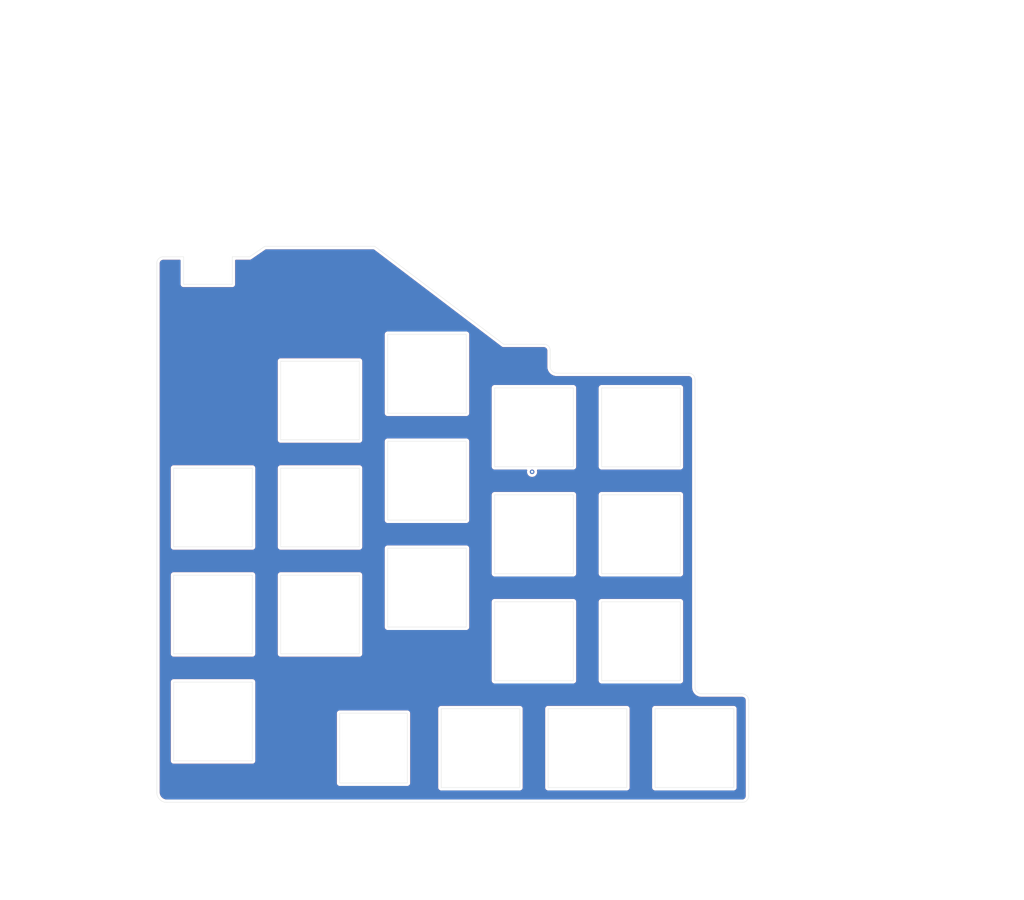
<source format=kicad_pcb>
(kicad_pcb (version 20171130) (host pcbnew "(5.1.6)-1")

  (general
    (thickness 1.6)
    (drawings 100)
    (tracks 1)
    (zones 0)
    (modules 0)
    (nets 1)
  )

  (page A4)
  (layers
    (0 F.Cu signal)
    (31 B.Cu signal)
    (32 B.Adhes user)
    (33 F.Adhes user)
    (34 B.Paste user)
    (35 F.Paste user)
    (36 B.SilkS user)
    (37 F.SilkS user)
    (38 B.Mask user)
    (39 F.Mask user)
    (40 Dwgs.User user)
    (41 Cmts.User user)
    (42 Eco1.User user)
    (43 Eco2.User user)
    (44 Edge.Cuts user)
    (45 Margin user)
    (46 B.CrtYd user)
    (47 F.CrtYd user)
    (48 B.Fab user)
    (49 F.Fab user)
  )

  (setup
    (last_trace_width 0.25)
    (trace_clearance 0.2)
    (zone_clearance 0.508)
    (zone_45_only no)
    (trace_min 0.2)
    (via_size 0.8)
    (via_drill 0.4)
    (via_min_size 0.4)
    (via_min_drill 0.3)
    (uvia_size 0.3)
    (uvia_drill 0.1)
    (uvias_allowed no)
    (uvia_min_size 0.2)
    (uvia_min_drill 0.1)
    (edge_width 0.05)
    (segment_width 0.2)
    (pcb_text_width 0.3)
    (pcb_text_size 1.5 1.5)
    (mod_edge_width 0.12)
    (mod_text_size 1 1)
    (mod_text_width 0.15)
    (pad_size 1.524 1.524)
    (pad_drill 0.762)
    (pad_to_mask_clearance 0.05)
    (aux_axis_origin 0 0)
    (visible_elements 7FFFFFFF)
    (pcbplotparams
      (layerselection 0x010fc_ffffffff)
      (usegerberextensions false)
      (usegerberattributes true)
      (usegerberadvancedattributes true)
      (creategerberjobfile true)
      (excludeedgelayer true)
      (linewidth 0.100000)
      (plotframeref false)
      (viasonmask false)
      (mode 1)
      (useauxorigin false)
      (hpglpennumber 1)
      (hpglpenspeed 20)
      (hpglpendiameter 15.000000)
      (psnegative false)
      (psa4output false)
      (plotreference true)
      (plotvalue true)
      (plotinvisibletext false)
      (padsonsilk false)
      (subtractmaskfromsilk false)
      (outputformat 1)
      (mirror false)
      (drillshape 0)
      (scaleselection 1)
      (outputdirectory "Gerbers/"))
  )

  (net 0 "")

  (net_class Default "This is the default net class."
    (clearance 0.2)
    (trace_width 0.25)
    (via_dia 0.8)
    (via_drill 0.4)
    (uvia_dia 0.3)
    (uvia_drill 0.1)
  )

  (gr_arc (start 42.15384 67.7926) (end 41.01084 67.7926) (angle -90) (layer Edge.Cuts) (width 0.05) (tstamp 60920A42))
  (gr_arc (start 39.86784 64.9224) (end 41.01084 64.9224) (angle -90) (layer Edge.Cuts) (width 0.05) (tstamp 60920A42))
  (gr_arc (start 67.93738 124.9172) (end 66.79438 124.9172) (angle -90) (layer Edge.Cuts) (width 0.05) (tstamp 60920A42))
  (gr_arc (start 75.19924 127.2032) (end 76.34224 127.2032) (angle -90) (layer Edge.Cuts) (width 0.05) (tstamp 60920A42))
  (gr_arc (start 75.19924 144.2593) (end 75.19924 145.4023) (angle -90) (layer Edge.Cuts) (width 0.05) (tstamp 60920A42))
  (gr_arc (start 65.65138 70.0786) (end 66.79438 70.0786) (angle -90) (layer Edge.Cuts) (width 0.05) (tstamp 60920A42))
  (gr_line (start 21.57222 128.72974) (end 35.57524 128.72974) (layer Edge.Cuts) (width 0.05) (tstamp 609209C9))
  (gr_line (start 35.57524 128.72974) (end 35.57524 142.7353) (layer Edge.Cuts) (width 0.05) (tstamp 609209C8))
  (gr_line (start 35.57524 142.7353) (end 21.57222 142.7353) (layer Edge.Cuts) (width 0.05) (tstamp 609209C7))
  (gr_line (start 21.57222 142.7353) (end 21.57222 128.72974) (layer Edge.Cuts) (width 0.05) (tstamp 609209C6))
  (gr_line (start 40.62325 128.72974) (end 54.62627 128.72974) (layer Edge.Cuts) (width 0.05) (tstamp 609209C5))
  (gr_line (start 54.62627 142.7353) (end 40.62325 142.7353) (layer Edge.Cuts) (width 0.05) (tstamp 609209C4))
  (gr_line (start 54.62627 128.72974) (end 54.62627 142.7353) (layer Edge.Cuts) (width 0.05) (tstamp 609209C3))
  (gr_line (start 40.62325 142.7353) (end 40.62325 128.72974) (layer Edge.Cuts) (width 0.05) (tstamp 609209C2))
  (gr_line (start 59.67071 128.72974) (end 73.67373 128.72974) (layer Edge.Cuts) (width 0.05) (tstamp 609209C1))
  (gr_line (start 59.67071 142.7353) (end 59.67071 128.72974) (layer Edge.Cuts) (width 0.05) (tstamp 609209C0))
  (gr_line (start 73.67373 128.72974) (end 73.67373 142.7353) (layer Edge.Cuts) (width 0.05) (tstamp 609209BF))
  (gr_line (start 73.67373 142.7353) (end 59.67071 142.7353) (layer Edge.Cuts) (width 0.05) (tstamp 609209BE))
  (gr_line (start 50.14722 123.6853) (end 50.14722 109.68228) (layer Edge.Cuts) (width 0.05) (tstamp 609209C9))
  (gr_line (start 50.14722 109.68228) (end 64.15278 109.68228) (layer Edge.Cuts) (width 0.05) (tstamp 609209C8))
  (gr_line (start 64.15278 109.68228) (end 64.15278 123.6853) (layer Edge.Cuts) (width 0.05) (tstamp 609209C7))
  (gr_line (start 64.15278 123.6853) (end 50.14722 123.6853) (layer Edge.Cuts) (width 0.05) (tstamp 609209C6))
  (gr_line (start 50.14722 104.63427) (end 50.14722 90.63125) (layer Edge.Cuts) (width 0.05) (tstamp 609209C5))
  (gr_line (start 64.15278 90.63125) (end 64.15278 104.63427) (layer Edge.Cuts) (width 0.05) (tstamp 609209C4))
  (gr_line (start 50.14722 90.63125) (end 64.15278 90.63125) (layer Edge.Cuts) (width 0.05) (tstamp 609209C3))
  (gr_line (start 64.15278 104.63427) (end 50.14722 104.63427) (layer Edge.Cuts) (width 0.05) (tstamp 609209C2))
  (gr_line (start 50.14722 85.58681) (end 50.14722 71.58379) (layer Edge.Cuts) (width 0.05) (tstamp 609209C1))
  (gr_line (start 64.15278 85.58681) (end 50.14722 85.58681) (layer Edge.Cuts) (width 0.05) (tstamp 609209C0))
  (gr_line (start 50.14722 71.58379) (end 64.15278 71.58379) (layer Edge.Cuts) (width 0.05) (tstamp 609209BF))
  (gr_line (start 64.15278 71.58379) (end 64.15278 85.58681) (layer Edge.Cuts) (width 0.05) (tstamp 609209BE))
  (gr_line (start 31.09722 123.68276) (end 31.09722 109.67974) (layer Edge.Cuts) (width 0.05) (tstamp 609209C9))
  (gr_line (start 31.09722 109.67974) (end 45.10278 109.67974) (layer Edge.Cuts) (width 0.05) (tstamp 609209C8))
  (gr_line (start 45.10278 109.67974) (end 45.10278 123.68276) (layer Edge.Cuts) (width 0.05) (tstamp 609209C7))
  (gr_line (start 45.10278 123.68276) (end 31.09722 123.68276) (layer Edge.Cuts) (width 0.05) (tstamp 609209C6))
  (gr_line (start 31.09722 104.63173) (end 31.09722 90.62871) (layer Edge.Cuts) (width 0.05) (tstamp 609209C5))
  (gr_line (start 45.10278 90.62871) (end 45.10278 104.63173) (layer Edge.Cuts) (width 0.05) (tstamp 609209C4))
  (gr_line (start 31.09722 90.62871) (end 45.10278 90.62871) (layer Edge.Cuts) (width 0.05) (tstamp 609209C3))
  (gr_line (start 45.10278 104.63173) (end 31.09722 104.63173) (layer Edge.Cuts) (width 0.05) (tstamp 609209C2))
  (gr_line (start 31.09722 85.58427) (end 31.09722 71.58125) (layer Edge.Cuts) (width 0.05) (tstamp 609209C1))
  (gr_line (start 45.10278 85.58427) (end 31.09722 85.58427) (layer Edge.Cuts) (width 0.05) (tstamp 609209C0))
  (gr_line (start 31.09722 71.58125) (end 45.10278 71.58125) (layer Edge.Cuts) (width 0.05) (tstamp 609209BF))
  (gr_line (start 45.10278 71.58125) (end 45.10278 85.58427) (layer Edge.Cuts) (width 0.05) (tstamp 609209BE))
  (gr_line (start 12.04722 114.15776) (end 12.04722 100.15474) (layer Edge.Cuts) (width 0.05) (tstamp 609209C9))
  (gr_line (start 12.04722 100.15474) (end 26.05278 100.15474) (layer Edge.Cuts) (width 0.05) (tstamp 609209C8))
  (gr_line (start 26.05278 100.15474) (end 26.05278 114.15776) (layer Edge.Cuts) (width 0.05) (tstamp 609209C7))
  (gr_line (start 26.05278 114.15776) (end 12.04722 114.15776) (layer Edge.Cuts) (width 0.05) (tstamp 609209C6))
  (gr_line (start 12.04722 95.10673) (end 12.04722 81.10371) (layer Edge.Cuts) (width 0.05) (tstamp 609209C5))
  (gr_line (start 26.05278 81.10371) (end 26.05278 95.10673) (layer Edge.Cuts) (width 0.05) (tstamp 609209C4))
  (gr_line (start 12.04722 81.10371) (end 26.05278 81.10371) (layer Edge.Cuts) (width 0.05) (tstamp 609209C3))
  (gr_line (start 26.05278 95.10673) (end 12.04722 95.10673) (layer Edge.Cuts) (width 0.05) (tstamp 609209C2))
  (gr_line (start 12.04722 76.05927) (end 12.04722 62.05625) (layer Edge.Cuts) (width 0.05) (tstamp 609209C1))
  (gr_line (start 26.05278 76.05927) (end 12.04722 76.05927) (layer Edge.Cuts) (width 0.05) (tstamp 609209C0))
  (gr_line (start 12.04722 62.05625) (end 26.05278 62.05625) (layer Edge.Cuts) (width 0.05) (tstamp 609209BF))
  (gr_line (start 26.05278 62.05625) (end 26.05278 76.05927) (layer Edge.Cuts) (width 0.05) (tstamp 609209BE))
  (gr_line (start -7.00278 118.92026) (end -7.00278 104.91724) (layer Edge.Cuts) (width 0.05) (tstamp 609209C9))
  (gr_line (start -7.00278 104.91724) (end 7.00278 104.91724) (layer Edge.Cuts) (width 0.05) (tstamp 609209C8))
  (gr_line (start 7.00278 104.91724) (end 7.00278 118.92026) (layer Edge.Cuts) (width 0.05) (tstamp 609209C7))
  (gr_line (start 7.00278 118.92026) (end -7.00278 118.92026) (layer Edge.Cuts) (width 0.05) (tstamp 609209C6))
  (gr_line (start -7.00278 99.86923) (end -7.00278 85.86621) (layer Edge.Cuts) (width 0.05) (tstamp 609209C5))
  (gr_line (start 7.00278 85.86621) (end 7.00278 99.86923) (layer Edge.Cuts) (width 0.05) (tstamp 609209C4))
  (gr_line (start -7.00278 85.86621) (end 7.00278 85.86621) (layer Edge.Cuts) (width 0.05) (tstamp 609209C3))
  (gr_line (start 7.00278 99.86923) (end -7.00278 99.86923) (layer Edge.Cuts) (width 0.05) (tstamp 609209C2))
  (gr_line (start -7.00278 80.82177) (end -7.00278 66.81875) (layer Edge.Cuts) (width 0.05) (tstamp 609209C1))
  (gr_line (start 7.00278 80.82177) (end -7.00278 80.82177) (layer Edge.Cuts) (width 0.05) (tstamp 609209C0))
  (gr_line (start -7.00278 66.81875) (end 7.00278 66.81875) (layer Edge.Cuts) (width 0.05) (tstamp 609209BF))
  (gr_line (start 7.00278 66.81875) (end 7.00278 80.82177) (layer Edge.Cuts) (width 0.05) (tstamp 609209BE))
  (gr_line (start -26.05278 99.87177) (end -26.05278 85.86875) (layer Edge.Cuts) (width 0.05) (tstamp 609209A0))
  (gr_line (start -26.05278 85.86875) (end -12.04722 85.86875) (layer Edge.Cuts) (width 0.05) (tstamp 6092099F))
  (gr_line (start -12.04722 85.86875) (end -12.04722 99.87177) (layer Edge.Cuts) (width 0.05) (tstamp 6092099E))
  (gr_line (start -12.04722 99.87177) (end -26.05278 99.87177) (layer Edge.Cuts) (width 0.05) (tstamp 6092099D))
  (gr_line (start -26.05278 118.91923) (end -26.05278 104.91621) (layer Edge.Cuts) (width 0.05) (tstamp 609209A0))
  (gr_line (start -26.05278 104.91621) (end -12.04722 104.91621) (layer Edge.Cuts) (width 0.05) (tstamp 6092099F))
  (gr_line (start -12.04722 104.91621) (end -12.04722 118.91923) (layer Edge.Cuts) (width 0.05) (tstamp 6092099E))
  (gr_line (start -12.04722 118.91923) (end -26.05278 118.91923) (layer Edge.Cuts) (width 0.05) (tstamp 6092099D))
  (gr_line (start -26.05278 137.97026) (end -26.05278 123.96724) (layer Edge.Cuts) (width 0.05))
  (gr_line (start -12.04722 137.97026) (end -26.05278 137.97026) (layer Edge.Cuts) (width 0.05))
  (gr_line (start -12.04722 123.96724) (end -12.04722 137.97026) (layer Edge.Cuts) (width 0.05))
  (gr_line (start -26.05278 123.96724) (end -12.04722 123.96724) (layer Edge.Cuts) (width 0.05))
  (gr_line (start 41.01084 67.7926) (end 41.01084 64.9224) (layer Edge.Cuts) (width 0.05) (tstamp 6091FAD7))
  (gr_line (start 65.65138 68.9356) (end 42.15384 68.9356) (layer Edge.Cuts) (width 0.05) (tstamp 6091FADB))
  (gr_line (start 66.79438 124.9172) (end 66.79438 70.0786) (layer Edge.Cuts) (width 0.05) (tstamp 6091FAE0))
  (gr_line (start 67.93738 126.0602) (end 75.19924 126.0602) (layer Edge.Cuts) (width 0.05) (tstamp 6091F034))
  (gr_line (start 3.52171 129.54) (end 3.52171 141.9352) (layer Edge.Cuts) (width 0.05) (tstamp 6091FADF))
  (gr_line (start 15.53591 129.54) (end 3.52171 129.54) (layer Edge.Cuts) (width 0.05) (tstamp 6091FADE))
  (gr_line (start 15.53591 141.9352) (end 15.53591 129.54) (layer Edge.Cuts) (width 0.05) (tstamp 6091FADD))
  (gr_line (start 3.52171 141.9352) (end 15.53591 141.9352) (layer Edge.Cuts) (width 0.05) (tstamp 6091FADC))
  (gr_line (start 39.86784 63.7794) (end 32.68218 63.7794) (layer Edge.Cuts) (width 0.05) (tstamp 6091FAD8))
  (gr_line (start -12.54125 48.2219) (end -15.64005 48.2219) (layer Edge.Cuts) (width 0.05) (tstamp 6091F9BF))
  (gr_line (start -15.64005 53.0987) (end -15.64005 48.2219) (layer Edge.Cuts) (width 0.05) (tstamp 6091F9BD))
  (gr_line (start -24.30145 53.0987) (end -15.64005 53.0987) (layer Edge.Cuts) (width 0.05) (tstamp 6091F9BC))
  (gr_line (start 9.77011 46.3677) (end 32.68218 63.7794) (layer Edge.Cuts) (width 0.05) (tstamp 6091F062))
  (gr_arc (start -27.273251 143.5989) (end -29.07665 143.5735) (angle -90.02226718) (layer Edge.Cuts) (width 0.05) (tstamp 6091F061))
  (gr_line (start -29.07665 49.3649) (end -29.07665 143.5735) (layer Edge.Cuts) (width 0.05) (tstamp 6091F060))
  (gr_arc (start -27.93365 49.3649) (end -27.93365 48.2219) (angle -90) (layer Edge.Cuts) (width 0.05) (tstamp 6091F05F))
  (gr_line (start 9.77011 46.3677) (end -9.84885 46.3677) (layer Edge.Cuts) (width 0.05) (tstamp 6091F05D))
  (gr_line (start -27.93365 48.2219) (end -24.30145 48.2219) (layer Edge.Cuts) (width 0.05) (tstamp 6091F059))
  (gr_line (start -27.29795 145.402309) (end 75.19924 145.4023) (layer Edge.Cuts) (width 0.05) (tstamp 6091F057))
  (gr_line (start -12.54125 48.2219) (end -9.84885 46.3677) (layer Edge.Cuts) (width 0.05) (tstamp 6091F056))
  (gr_line (start -24.30145 53.0987) (end -24.30145 48.2219) (layer Edge.Cuts) (width 0.05) (tstamp 6091F055))
  (gr_line (start 76.34224 127.2032) (end 76.34224 144.2593) (layer Edge.Cuts) (width 0.05) (tstamp 6091F033))

  (via (at 37.77234 86.51748) (size 0.8) (drill 0.4) (layers F.Cu B.Cu) (net 0))

  (zone (net 0) (net_name "") (layer F.Cu) (tstamp 0) (hatch edge 0.508)
    (connect_pads (clearance 0.508))
    (min_thickness 0.254)
    (fill yes (arc_segments 32) (thermal_gap 0.508) (thermal_bridge_width 0.508))
    (polygon
      (pts
        (xy 116.9289 36.76142) (xy 102.88016 160.8709) (xy -56.35752 158.53156) (xy -42.30624 28.17622) (xy 9.6139 18.87474)
      )
    )
    (filled_polygon
      (pts
        (xy 32.273039 64.297431) (xy 32.31373 64.330825) (xy 32.353364 64.35201) (xy 32.391637 64.375562) (xy 32.410573 64.382588)
        (xy 32.428387 64.39211) (xy 32.471396 64.405157) (xy 32.513525 64.420789) (xy 32.533465 64.423986) (xy 32.552797 64.42985)
        (xy 32.597527 64.434255) (xy 32.641894 64.441368) (xy 32.694492 64.4394) (xy 39.835563 64.4394) (xy 39.961042 64.451703)
        (xy 40.050689 64.47877) (xy 40.133377 64.522735) (xy 40.205946 64.581922) (xy 40.265644 64.654084) (xy 40.310181 64.736454)
        (xy 40.337874 64.825915) (xy 40.350841 64.949287) (xy 40.35084 67.825018) (xy 40.353633 67.853377) (xy 40.353584 67.860396)
        (xy 40.354483 67.869567) (xy 40.3778 68.091419) (xy 40.389835 68.150048) (xy 40.401038 68.208778) (xy 40.403701 68.2176)
        (xy 40.469666 68.430697) (xy 40.492833 68.485807) (xy 40.515256 68.541307) (xy 40.519583 68.549443) (xy 40.625683 68.74567)
        (xy 40.65911 68.795227) (xy 40.691886 68.845315) (xy 40.697711 68.852457) (xy 40.839904 69.024339) (xy 40.882339 69.066478)
        (xy 40.924202 69.109228) (xy 40.931302 69.115101) (xy 41.104172 69.256091) (xy 41.153978 69.289182) (xy 41.203357 69.322992)
        (xy 41.211463 69.327375) (xy 41.408427 69.432102) (xy 41.463704 69.454885) (xy 41.518711 69.478462) (xy 41.527515 69.481186)
        (xy 41.741067 69.545662) (xy 41.79973 69.557278) (xy 41.858261 69.569719) (xy 41.867422 69.570682) (xy 41.867426 69.570682)
        (xy 42.089436 69.59245) (xy 42.089438 69.59245) (xy 42.121421 69.5956) (xy 65.619103 69.5956) (xy 65.744582 69.607903)
        (xy 65.834229 69.63497) (xy 65.916917 69.678935) (xy 65.989486 69.738122) (xy 66.049184 69.810284) (xy 66.093721 69.892654)
        (xy 66.121414 69.982115) (xy 66.134381 70.105488) (xy 66.13438 124.949618) (xy 66.137173 124.977977) (xy 66.137124 124.984996)
        (xy 66.138023 124.994167) (xy 66.16134 125.216019) (xy 66.173375 125.274648) (xy 66.184578 125.333378) (xy 66.187241 125.3422)
        (xy 66.253206 125.555297) (xy 66.276373 125.610407) (xy 66.298796 125.665907) (xy 66.303123 125.674043) (xy 66.409223 125.87027)
        (xy 66.44265 125.919827) (xy 66.475426 125.969915) (xy 66.481251 125.977057) (xy 66.623444 126.148939) (xy 66.665879 126.191078)
        (xy 66.707742 126.233828) (xy 66.714842 126.239701) (xy 66.887712 126.380691) (xy 66.937518 126.413782) (xy 66.986897 126.447592)
        (xy 66.995003 126.451975) (xy 67.191967 126.556702) (xy 67.247244 126.579485) (xy 67.302251 126.603062) (xy 67.311055 126.605786)
        (xy 67.524607 126.670262) (xy 67.58327 126.681878) (xy 67.641801 126.694319) (xy 67.650962 126.695282) (xy 67.650966 126.695282)
        (xy 67.872976 126.71705) (xy 67.872978 126.71705) (xy 67.904961 126.7202) (xy 75.166963 126.7202) (xy 75.292442 126.732503)
        (xy 75.382089 126.75957) (xy 75.464777 126.803535) (xy 75.537346 126.862722) (xy 75.597044 126.934884) (xy 75.641581 127.017254)
        (xy 75.669274 127.106715) (xy 75.68224 127.230078) (xy 75.682241 144.227012) (xy 75.669937 144.352502) (xy 75.642871 144.442148)
        (xy 75.598905 144.524836) (xy 75.539717 144.597408) (xy 75.46756 144.657101) (xy 75.385186 144.701641) (xy 75.295724 144.729334)
        (xy 75.172362 144.7423) (xy -27.261126 144.74231) (xy -27.510063 144.714455) (xy -27.722224 144.647216) (xy -27.917295 144.540043)
        (xy -28.087829 144.397025) (xy -28.227341 144.223602) (xy -28.330509 144.02639) (xy -28.393406 143.812892) (xy -28.41665 143.558242)
        (xy -28.41665 123.96724) (xy -26.715973 123.96724) (xy -26.712779 123.999669) (xy -26.71278 137.937841) (xy -26.715973 137.97026)
        (xy -26.70323 138.099643) (xy -26.66549 138.224053) (xy -26.604205 138.33871) (xy -26.521728 138.439208) (xy -26.42123 138.521685)
        (xy -26.306573 138.58297) (xy -26.182163 138.62071) (xy -26.05278 138.633453) (xy -26.020361 138.63026) (xy -12.079639 138.63026)
        (xy -12.04722 138.633453) (xy -12.014801 138.63026) (xy -11.917837 138.62071) (xy -11.793427 138.58297) (xy -11.67877 138.521685)
        (xy -11.578272 138.439208) (xy -11.495795 138.33871) (xy -11.43451 138.224053) (xy -11.39677 138.099643) (xy -11.384027 137.97026)
        (xy -11.38722 137.937841) (xy -11.38722 129.54) (xy 2.858517 129.54) (xy 2.86171 129.572419) (xy 2.861711 141.902771)
        (xy 2.858517 141.9352) (xy 2.87126 142.064583) (xy 2.909 142.188993) (xy 2.970285 142.30365) (xy 3.052762 142.404148)
        (xy 3.15326 142.486625) (xy 3.267917 142.54791) (xy 3.392327 142.58565) (xy 3.489291 142.5952) (xy 3.52171 142.598393)
        (xy 3.554129 142.5952) (xy 15.503491 142.5952) (xy 15.53591 142.598393) (xy 15.568329 142.5952) (xy 15.665293 142.58565)
        (xy 15.789703 142.54791) (xy 15.90436 142.486625) (xy 16.004858 142.404148) (xy 16.087335 142.30365) (xy 16.14862 142.188993)
        (xy 16.18636 142.064583) (xy 16.199103 141.9352) (xy 16.19591 141.902781) (xy 16.19591 129.572419) (xy 16.199103 129.54)
        (xy 16.18636 129.410617) (xy 16.14862 129.286207) (xy 16.087335 129.17155) (xy 16.004858 129.071052) (xy 15.90436 128.988575)
        (xy 15.789703 128.92729) (xy 15.665293 128.88955) (xy 15.568329 128.88) (xy 15.53591 128.876807) (xy 15.503491 128.88)
        (xy 3.554129 128.88) (xy 3.52171 128.876807) (xy 3.489291 128.88) (xy 3.392327 128.88955) (xy 3.267917 128.92729)
        (xy 3.15326 128.988575) (xy 3.052762 129.071052) (xy 2.970285 129.17155) (xy 2.909 129.286207) (xy 2.87126 129.410617)
        (xy 2.858517 129.54) (xy -11.38722 129.54) (xy -11.38722 128.72974) (xy 20.909027 128.72974) (xy 20.912221 128.762169)
        (xy 20.91222 142.702881) (xy 20.909027 142.7353) (xy 20.92177 142.864683) (xy 20.95951 142.989093) (xy 21.020795 143.10375)
        (xy 21.103272 143.204248) (xy 21.20377 143.286725) (xy 21.318427 143.34801) (xy 21.442837 143.38575) (xy 21.57222 143.398493)
        (xy 21.604639 143.3953) (xy 35.542821 143.3953) (xy 35.57524 143.398493) (xy 35.607659 143.3953) (xy 35.704623 143.38575)
        (xy 35.829033 143.34801) (xy 35.94369 143.286725) (xy 36.044188 143.204248) (xy 36.126665 143.10375) (xy 36.18795 142.989093)
        (xy 36.22569 142.864683) (xy 36.238433 142.7353) (xy 36.23524 142.702881) (xy 36.23524 128.762159) (xy 36.238433 128.72974)
        (xy 39.960057 128.72974) (xy 39.963251 128.762169) (xy 39.96325 142.702881) (xy 39.960057 142.7353) (xy 39.9728 142.864683)
        (xy 40.01054 142.989093) (xy 40.071825 143.10375) (xy 40.154302 143.204248) (xy 40.2548 143.286725) (xy 40.369457 143.34801)
        (xy 40.493867 143.38575) (xy 40.62325 143.398493) (xy 40.655669 143.3953) (xy 54.593851 143.3953) (xy 54.62627 143.398493)
        (xy 54.658689 143.3953) (xy 54.755653 143.38575) (xy 54.880063 143.34801) (xy 54.99472 143.286725) (xy 55.095218 143.204248)
        (xy 55.177695 143.10375) (xy 55.23898 142.989093) (xy 55.27672 142.864683) (xy 55.289463 142.7353) (xy 55.28627 142.702881)
        (xy 55.28627 128.762159) (xy 55.289463 128.72974) (xy 59.007517 128.72974) (xy 59.010711 128.762169) (xy 59.01071 142.702881)
        (xy 59.007517 142.7353) (xy 59.02026 142.864683) (xy 59.058 142.989093) (xy 59.119285 143.10375) (xy 59.201762 143.204248)
        (xy 59.30226 143.286725) (xy 59.416917 143.34801) (xy 59.541327 143.38575) (xy 59.67071 143.398493) (xy 59.703129 143.3953)
        (xy 73.641311 143.3953) (xy 73.67373 143.398493) (xy 73.706149 143.3953) (xy 73.803113 143.38575) (xy 73.927523 143.34801)
        (xy 74.04218 143.286725) (xy 74.142678 143.204248) (xy 74.225155 143.10375) (xy 74.28644 142.989093) (xy 74.32418 142.864683)
        (xy 74.336923 142.7353) (xy 74.33373 142.702881) (xy 74.33373 128.762159) (xy 74.336923 128.72974) (xy 74.32418 128.600357)
        (xy 74.28644 128.475947) (xy 74.225155 128.36129) (xy 74.142678 128.260792) (xy 74.04218 128.178315) (xy 73.927523 128.11703)
        (xy 73.803113 128.07929) (xy 73.706149 128.06974) (xy 73.67373 128.066547) (xy 73.641311 128.06974) (xy 59.703129 128.06974)
        (xy 59.67071 128.066547) (xy 59.638291 128.06974) (xy 59.541327 128.07929) (xy 59.416917 128.11703) (xy 59.30226 128.178315)
        (xy 59.201762 128.260792) (xy 59.119285 128.36129) (xy 59.058 128.475947) (xy 59.02026 128.600357) (xy 59.007517 128.72974)
        (xy 55.289463 128.72974) (xy 55.27672 128.600357) (xy 55.23898 128.475947) (xy 55.177695 128.36129) (xy 55.095218 128.260792)
        (xy 54.99472 128.178315) (xy 54.880063 128.11703) (xy 54.755653 128.07929) (xy 54.658689 128.06974) (xy 54.62627 128.066547)
        (xy 54.593851 128.06974) (xy 40.655669 128.06974) (xy 40.62325 128.066547) (xy 40.590831 128.06974) (xy 40.493867 128.07929)
        (xy 40.369457 128.11703) (xy 40.2548 128.178315) (xy 40.154302 128.260792) (xy 40.071825 128.36129) (xy 40.01054 128.475947)
        (xy 39.9728 128.600357) (xy 39.960057 128.72974) (xy 36.238433 128.72974) (xy 36.22569 128.600357) (xy 36.18795 128.475947)
        (xy 36.126665 128.36129) (xy 36.044188 128.260792) (xy 35.94369 128.178315) (xy 35.829033 128.11703) (xy 35.704623 128.07929)
        (xy 35.607659 128.06974) (xy 35.57524 128.066547) (xy 35.542821 128.06974) (xy 21.604639 128.06974) (xy 21.57222 128.066547)
        (xy 21.539801 128.06974) (xy 21.442837 128.07929) (xy 21.318427 128.11703) (xy 21.20377 128.178315) (xy 21.103272 128.260792)
        (xy 21.020795 128.36129) (xy 20.95951 128.475947) (xy 20.92177 128.600357) (xy 20.909027 128.72974) (xy -11.38722 128.72974)
        (xy -11.38722 123.999659) (xy -11.384027 123.96724) (xy -11.39677 123.837857) (xy -11.43451 123.713447) (xy -11.495795 123.59879)
        (xy -11.578272 123.498292) (xy -11.67877 123.415815) (xy -11.793427 123.35453) (xy -11.917837 123.31679) (xy -12.014801 123.30724)
        (xy -12.04722 123.304047) (xy -12.079639 123.30724) (xy -26.020361 123.30724) (xy -26.05278 123.304047) (xy -26.085199 123.30724)
        (xy -26.182163 123.31679) (xy -26.306573 123.35453) (xy -26.42123 123.415815) (xy -26.521728 123.498292) (xy -26.604205 123.59879)
        (xy -26.66549 123.713447) (xy -26.70323 123.837857) (xy -26.715973 123.96724) (xy -28.41665 123.96724) (xy -28.41665 104.91621)
        (xy -26.715973 104.91621) (xy -26.712779 104.948639) (xy -26.71278 118.886811) (xy -26.715973 118.91923) (xy -26.70323 119.048613)
        (xy -26.66549 119.173023) (xy -26.604205 119.28768) (xy -26.521728 119.388178) (xy -26.42123 119.470655) (xy -26.306573 119.53194)
        (xy -26.182163 119.56968) (xy -26.05278 119.582423) (xy -26.020361 119.57923) (xy -12.079639 119.57923) (xy -12.04722 119.582423)
        (xy -12.014801 119.57923) (xy -11.917837 119.56968) (xy -11.793427 119.53194) (xy -11.67877 119.470655) (xy -11.578272 119.388178)
        (xy -11.495795 119.28768) (xy -11.43451 119.173023) (xy -11.39677 119.048613) (xy -11.384027 118.91923) (xy -11.38722 118.886811)
        (xy -11.38722 104.948629) (xy -11.384129 104.91724) (xy -7.665973 104.91724) (xy -7.662779 104.949669) (xy -7.66278 118.887841)
        (xy -7.665973 118.92026) (xy -7.65323 119.049643) (xy -7.61549 119.174053) (xy -7.554205 119.28871) (xy -7.472573 119.388178)
        (xy -7.471728 119.389208) (xy -7.37123 119.471685) (xy -7.256573 119.53297) (xy -7.132163 119.57071) (xy -7.00278 119.583453)
        (xy -6.970361 119.58026) (xy 6.970361 119.58026) (xy 7.00278 119.583453) (xy 7.035199 119.58026) (xy 7.132163 119.57071)
        (xy 7.256573 119.53297) (xy 7.37123 119.471685) (xy 7.471728 119.389208) (xy 7.554205 119.28871) (xy 7.61549 119.174053)
        (xy 7.65323 119.049643) (xy 7.665973 118.92026) (xy 7.66278 118.887841) (xy 7.66278 104.949659) (xy 7.665973 104.91724)
        (xy 7.65323 104.787857) (xy 7.61549 104.663447) (xy 7.554205 104.54879) (xy 7.471728 104.448292) (xy 7.37123 104.365815)
        (xy 7.256573 104.30453) (xy 7.132163 104.26679) (xy 7.035199 104.25724) (xy 7.00278 104.254047) (xy 6.970361 104.25724)
        (xy -6.970361 104.25724) (xy -7.00278 104.254047) (xy -7.035199 104.25724) (xy -7.132163 104.26679) (xy -7.256573 104.30453)
        (xy -7.37123 104.365815) (xy -7.471728 104.448292) (xy -7.554205 104.54879) (xy -7.61549 104.663447) (xy -7.65323 104.787857)
        (xy -7.665973 104.91724) (xy -11.384129 104.91724) (xy -11.384027 104.91621) (xy -11.39677 104.786827) (xy -11.43451 104.662417)
        (xy -11.495795 104.54776) (xy -11.578272 104.447262) (xy -11.67877 104.364785) (xy -11.793427 104.3035) (xy -11.917837 104.26576)
        (xy -12.014801 104.25621) (xy -12.04722 104.253017) (xy -12.079639 104.25621) (xy -26.020361 104.25621) (xy -26.05278 104.253017)
        (xy -26.085199 104.25621) (xy -26.182163 104.26576) (xy -26.306573 104.3035) (xy -26.42123 104.364785) (xy -26.521728 104.447262)
        (xy -26.604205 104.54776) (xy -26.66549 104.662417) (xy -26.70323 104.786827) (xy -26.715973 104.91621) (xy -28.41665 104.91621)
        (xy -28.41665 85.86875) (xy -26.715973 85.86875) (xy -26.712779 85.901179) (xy -26.71278 99.839351) (xy -26.715973 99.87177)
        (xy -26.70323 100.001153) (xy -26.66549 100.125563) (xy -26.604205 100.24022) (xy -26.523813 100.338178) (xy -26.521728 100.340718)
        (xy -26.42123 100.423195) (xy -26.306573 100.48448) (xy -26.182163 100.52222) (xy -26.05278 100.534963) (xy -26.020361 100.53177)
        (xy -12.079639 100.53177) (xy -12.04722 100.534963) (xy -12.014801 100.53177) (xy -11.989011 100.52923) (xy -11.917837 100.52222)
        (xy -11.793427 100.48448) (xy -11.67877 100.423195) (xy -11.578272 100.340718) (xy -11.495795 100.24022) (xy -11.43451 100.125563)
        (xy -11.39677 100.001153) (xy -11.38722 99.904189) (xy -11.38722 99.904188) (xy -11.384027 99.87177) (xy -11.38722 99.839351)
        (xy -11.38722 85.901169) (xy -11.384027 85.86875) (xy -11.384277 85.86621) (xy -7.665973 85.86621) (xy -7.662779 85.898639)
        (xy -7.66278 99.836811) (xy -7.665973 99.86923) (xy -7.65323 99.998613) (xy -7.61549 100.123023) (xy -7.554205 100.23768)
        (xy -7.55212 100.24022) (xy -7.471728 100.338178) (xy -7.37123 100.420655) (xy -7.256573 100.48194) (xy -7.132163 100.51968)
        (xy -7.00278 100.532423) (xy -6.970361 100.52923) (xy 6.970361 100.52923) (xy 7.00278 100.532423) (xy 7.035199 100.52923)
        (xy 7.132163 100.51968) (xy 7.256573 100.48194) (xy 7.37123 100.420655) (xy 7.471728 100.338178) (xy 7.554205 100.23768)
        (xy 7.598537 100.15474) (xy 11.384027 100.15474) (xy 11.387221 100.187169) (xy 11.38722 114.125341) (xy 11.384027 114.15776)
        (xy 11.39677 114.287143) (xy 11.43451 114.411553) (xy 11.495795 114.52621) (xy 11.578272 114.626708) (xy 11.67877 114.709185)
        (xy 11.793427 114.77047) (xy 11.917837 114.80821) (xy 12.04722 114.820953) (xy 12.079639 114.81776) (xy 26.020361 114.81776)
        (xy 26.05278 114.820953) (xy 26.085199 114.81776) (xy 26.182163 114.80821) (xy 26.306573 114.77047) (xy 26.42123 114.709185)
        (xy 26.521728 114.626708) (xy 26.604205 114.52621) (xy 26.66549 114.411553) (xy 26.70323 114.287143) (xy 26.715973 114.15776)
        (xy 26.71278 114.125341) (xy 26.71278 109.67974) (xy 30.434027 109.67974) (xy 30.437221 109.712169) (xy 30.43722 123.650341)
        (xy 30.434027 123.68276) (xy 30.44677 123.812143) (xy 30.48451 123.936553) (xy 30.545795 124.05121) (xy 30.54788 124.05375)
        (xy 30.628272 124.151708) (xy 30.72877 124.234185) (xy 30.843427 124.29547) (xy 30.967837 124.33321) (xy 31.09722 124.345953)
        (xy 31.129639 124.34276) (xy 45.070361 124.34276) (xy 45.10278 124.345953) (xy 45.135199 124.34276) (xy 45.232163 124.33321)
        (xy 45.356573 124.29547) (xy 45.47123 124.234185) (xy 45.571728 124.151708) (xy 45.654205 124.05121) (xy 45.71549 123.936553)
        (xy 45.75323 123.812143) (xy 45.765973 123.68276) (xy 45.76278 123.650341) (xy 45.76278 109.712159) (xy 45.765722 109.68228)
        (xy 49.484027 109.68228) (xy 49.487221 109.714709) (xy 49.48722 123.652881) (xy 49.484027 123.6853) (xy 49.49677 123.814683)
        (xy 49.53451 123.939093) (xy 49.595795 124.05375) (xy 49.676187 124.151708) (xy 49.678272 124.154248) (xy 49.77877 124.236725)
        (xy 49.893427 124.29801) (xy 50.017837 124.33575) (xy 50.14722 124.348493) (xy 50.179639 124.3453) (xy 64.120361 124.3453)
        (xy 64.15278 124.348493) (xy 64.185199 124.3453) (xy 64.210989 124.34276) (xy 64.282163 124.33575) (xy 64.406573 124.29801)
        (xy 64.52123 124.236725) (xy 64.621728 124.154248) (xy 64.704205 124.05375) (xy 64.76549 123.939093) (xy 64.80323 123.814683)
        (xy 64.81278 123.717719) (xy 64.81278 123.717718) (xy 64.815973 123.6853) (xy 64.81278 123.652881) (xy 64.81278 109.714699)
        (xy 64.815973 109.68228) (xy 64.80323 109.552897) (xy 64.76549 109.428487) (xy 64.704205 109.31383) (xy 64.621728 109.213332)
        (xy 64.52123 109.130855) (xy 64.406573 109.06957) (xy 64.282163 109.03183) (xy 64.185199 109.02228) (xy 64.15278 109.019087)
        (xy 64.120361 109.02228) (xy 50.179639 109.02228) (xy 50.14722 109.019087) (xy 50.114801 109.02228) (xy 50.017837 109.03183)
        (xy 49.893427 109.06957) (xy 49.77877 109.130855) (xy 49.678272 109.213332) (xy 49.595795 109.31383) (xy 49.53451 109.428487)
        (xy 49.49677 109.552897) (xy 49.484027 109.68228) (xy 45.765722 109.68228) (xy 45.765973 109.67974) (xy 45.75323 109.550357)
        (xy 45.71549 109.425947) (xy 45.654205 109.31129) (xy 45.571728 109.210792) (xy 45.47123 109.128315) (xy 45.356573 109.06703)
        (xy 45.232163 109.02929) (xy 45.135199 109.01974) (xy 45.10278 109.016547) (xy 45.070361 109.01974) (xy 31.129639 109.01974)
        (xy 31.09722 109.016547) (xy 31.064801 109.01974) (xy 30.967837 109.02929) (xy 30.843427 109.06703) (xy 30.72877 109.128315)
        (xy 30.628272 109.210792) (xy 30.545795 109.31129) (xy 30.48451 109.425947) (xy 30.44677 109.550357) (xy 30.434027 109.67974)
        (xy 26.71278 109.67974) (xy 26.71278 100.187159) (xy 26.715973 100.15474) (xy 26.70323 100.025357) (xy 26.66549 99.900947)
        (xy 26.604205 99.78629) (xy 26.521728 99.685792) (xy 26.42123 99.603315) (xy 26.306573 99.54203) (xy 26.182163 99.50429)
        (xy 26.085199 99.49474) (xy 26.05278 99.491547) (xy 26.020361 99.49474) (xy 12.079639 99.49474) (xy 12.04722 99.491547)
        (xy 12.014801 99.49474) (xy 11.917837 99.50429) (xy 11.793427 99.54203) (xy 11.67877 99.603315) (xy 11.578272 99.685792)
        (xy 11.495795 99.78629) (xy 11.43451 99.900947) (xy 11.39677 100.025357) (xy 11.384027 100.15474) (xy 7.598537 100.15474)
        (xy 7.61549 100.123023) (xy 7.65323 99.998613) (xy 7.665973 99.86923) (xy 7.66278 99.836811) (xy 7.66278 85.898629)
        (xy 7.665973 85.86621) (xy 7.65323 85.736827) (xy 7.61549 85.612417) (xy 7.554205 85.49776) (xy 7.471728 85.397262)
        (xy 7.37123 85.314785) (xy 7.256573 85.2535) (xy 7.132163 85.21576) (xy 7.035199 85.20621) (xy 7.00278 85.203017)
        (xy 6.970361 85.20621) (xy -6.970361 85.20621) (xy -7.00278 85.203017) (xy -7.035199 85.20621) (xy -7.132163 85.21576)
        (xy -7.256573 85.2535) (xy -7.37123 85.314785) (xy -7.471728 85.397262) (xy -7.554205 85.49776) (xy -7.61549 85.612417)
        (xy -7.65323 85.736827) (xy -7.665973 85.86621) (xy -11.384277 85.86621) (xy -11.39677 85.739367) (xy -11.43451 85.614957)
        (xy -11.495795 85.5003) (xy -11.578272 85.399802) (xy -11.67877 85.317325) (xy -11.793427 85.25604) (xy -11.917837 85.2183)
        (xy -12.014801 85.20875) (xy -12.04722 85.205557) (xy -12.079639 85.20875) (xy -26.020361 85.20875) (xy -26.05278 85.205557)
        (xy -26.085199 85.20875) (xy -26.182163 85.2183) (xy -26.306573 85.25604) (xy -26.42123 85.317325) (xy -26.521728 85.399802)
        (xy -26.604205 85.5003) (xy -26.66549 85.614957) (xy -26.70323 85.739367) (xy -26.715973 85.86875) (xy -28.41665 85.86875)
        (xy -28.41665 66.81875) (xy -7.665973 66.81875) (xy -7.662779 66.851179) (xy -7.66278 80.789351) (xy -7.665973 80.82177)
        (xy -7.65323 80.951153) (xy -7.61549 81.075563) (xy -7.554205 81.19022) (xy -7.471728 81.290718) (xy -7.37123 81.373195)
        (xy -7.256573 81.43448) (xy -7.132163 81.47222) (xy -7.00278 81.484963) (xy -6.970361 81.48177) (xy 6.970361 81.48177)
        (xy 7.00278 81.484963) (xy 7.035199 81.48177) (xy 7.132163 81.47222) (xy 7.256573 81.43448) (xy 7.37123 81.373195)
        (xy 7.471728 81.290718) (xy 7.554205 81.19022) (xy 7.600445 81.10371) (xy 11.384027 81.10371) (xy 11.387221 81.136139)
        (xy 11.38722 95.074311) (xy 11.384027 95.10673) (xy 11.39677 95.236113) (xy 11.43451 95.360523) (xy 11.495795 95.47518)
        (xy 11.578272 95.575678) (xy 11.67877 95.658155) (xy 11.793427 95.71944) (xy 11.917837 95.75718) (xy 12.04722 95.769923)
        (xy 12.079639 95.76673) (xy 26.020361 95.76673) (xy 26.05278 95.769923) (xy 26.085199 95.76673) (xy 26.182163 95.75718)
        (xy 26.306573 95.71944) (xy 26.42123 95.658155) (xy 26.521728 95.575678) (xy 26.604205 95.47518) (xy 26.66549 95.360523)
        (xy 26.70323 95.236113) (xy 26.715973 95.10673) (xy 26.71278 95.074311) (xy 26.71278 90.62871) (xy 30.434027 90.62871)
        (xy 30.437221 90.661139) (xy 30.43722 104.599311) (xy 30.434027 104.63173) (xy 30.44677 104.761113) (xy 30.48451 104.885523)
        (xy 30.545795 105.00018) (xy 30.54788 105.00272) (xy 30.628272 105.100678) (xy 30.72877 105.183155) (xy 30.843427 105.24444)
        (xy 30.967837 105.28218) (xy 31.09722 105.294923) (xy 31.129639 105.29173) (xy 45.070361 105.29173) (xy 45.10278 105.294923)
        (xy 45.135199 105.29173) (xy 45.232163 105.28218) (xy 45.356573 105.24444) (xy 45.47123 105.183155) (xy 45.571728 105.100678)
        (xy 45.654205 105.00018) (xy 45.71549 104.885523) (xy 45.75323 104.761113) (xy 45.765973 104.63173) (xy 45.76278 104.599311)
        (xy 45.76278 90.661129) (xy 45.765722 90.63125) (xy 49.484027 90.63125) (xy 49.487221 90.663679) (xy 49.48722 104.601851)
        (xy 49.484027 104.63427) (xy 49.49677 104.763653) (xy 49.53451 104.888063) (xy 49.595795 105.00272) (xy 49.676187 105.100678)
        (xy 49.678272 105.103218) (xy 49.77877 105.185695) (xy 49.893427 105.24698) (xy 50.017837 105.28472) (xy 50.14722 105.297463)
        (xy 50.179639 105.29427) (xy 64.120361 105.29427) (xy 64.15278 105.297463) (xy 64.185199 105.29427) (xy 64.210989 105.29173)
        (xy 64.282163 105.28472) (xy 64.406573 105.24698) (xy 64.52123 105.185695) (xy 64.621728 105.103218) (xy 64.704205 105.00272)
        (xy 64.76549 104.888063) (xy 64.80323 104.763653) (xy 64.81278 104.666689) (xy 64.81278 104.666688) (xy 64.815973 104.63427)
        (xy 64.81278 104.601851) (xy 64.81278 90.663669) (xy 64.815973 90.63125) (xy 64.80323 90.501867) (xy 64.76549 90.377457)
        (xy 64.704205 90.2628) (xy 64.621728 90.162302) (xy 64.52123 90.079825) (xy 64.406573 90.01854) (xy 64.282163 89.9808)
        (xy 64.185199 89.97125) (xy 64.15278 89.968057) (xy 64.120361 89.97125) (xy 50.179639 89.97125) (xy 50.14722 89.968057)
        (xy 50.114801 89.97125) (xy 50.017837 89.9808) (xy 49.893427 90.01854) (xy 49.77877 90.079825) (xy 49.678272 90.162302)
        (xy 49.595795 90.2628) (xy 49.53451 90.377457) (xy 49.49677 90.501867) (xy 49.484027 90.63125) (xy 45.765722 90.63125)
        (xy 45.765973 90.62871) (xy 45.75323 90.499327) (xy 45.71549 90.374917) (xy 45.654205 90.26026) (xy 45.571728 90.159762)
        (xy 45.47123 90.077285) (xy 45.356573 90.016) (xy 45.232163 89.97826) (xy 45.135199 89.96871) (xy 45.10278 89.965517)
        (xy 45.070361 89.96871) (xy 31.129639 89.96871) (xy 31.09722 89.965517) (xy 31.064801 89.96871) (xy 30.967837 89.97826)
        (xy 30.843427 90.016) (xy 30.72877 90.077285) (xy 30.628272 90.159762) (xy 30.545795 90.26026) (xy 30.48451 90.374917)
        (xy 30.44677 90.499327) (xy 30.434027 90.62871) (xy 26.71278 90.62871) (xy 26.71278 81.136129) (xy 26.715973 81.10371)
        (xy 26.70323 80.974327) (xy 26.66549 80.849917) (xy 26.604205 80.73526) (xy 26.521728 80.634762) (xy 26.42123 80.552285)
        (xy 26.306573 80.491) (xy 26.182163 80.45326) (xy 26.085199 80.44371) (xy 26.05278 80.440517) (xy 26.020361 80.44371)
        (xy 12.079639 80.44371) (xy 12.04722 80.440517) (xy 12.014801 80.44371) (xy 11.917837 80.45326) (xy 11.793427 80.491)
        (xy 11.67877 80.552285) (xy 11.578272 80.634762) (xy 11.495795 80.73526) (xy 11.43451 80.849917) (xy 11.39677 80.974327)
        (xy 11.384027 81.10371) (xy 7.600445 81.10371) (xy 7.61549 81.075563) (xy 7.65323 80.951153) (xy 7.665973 80.82177)
        (xy 7.66278 80.789351) (xy 7.66278 66.851169) (xy 7.665973 66.81875) (xy 7.65323 66.689367) (xy 7.61549 66.564957)
        (xy 7.554205 66.4503) (xy 7.471728 66.349802) (xy 7.37123 66.267325) (xy 7.256573 66.20604) (xy 7.132163 66.1683)
        (xy 7.035199 66.15875) (xy 7.00278 66.155557) (xy 6.970361 66.15875) (xy -6.970361 66.15875) (xy -7.00278 66.155557)
        (xy -7.035199 66.15875) (xy -7.132163 66.1683) (xy -7.256573 66.20604) (xy -7.37123 66.267325) (xy -7.471728 66.349802)
        (xy -7.554205 66.4503) (xy -7.61549 66.564957) (xy -7.65323 66.689367) (xy -7.665973 66.81875) (xy -28.41665 66.81875)
        (xy -28.41665 62.05625) (xy 11.384027 62.05625) (xy 11.387221 62.088679) (xy 11.38722 76.026851) (xy 11.384027 76.05927)
        (xy 11.39677 76.188653) (xy 11.43451 76.313063) (xy 11.495795 76.42772) (xy 11.578272 76.528218) (xy 11.67877 76.610695)
        (xy 11.793427 76.67198) (xy 11.917837 76.70972) (xy 12.04722 76.722463) (xy 12.079639 76.71927) (xy 26.020361 76.71927)
        (xy 26.05278 76.722463) (xy 26.085199 76.71927) (xy 26.182163 76.70972) (xy 26.306573 76.67198) (xy 26.42123 76.610695)
        (xy 26.521728 76.528218) (xy 26.604205 76.42772) (xy 26.66549 76.313063) (xy 26.70323 76.188653) (xy 26.715973 76.05927)
        (xy 26.71278 76.026851) (xy 26.71278 71.58125) (xy 30.434027 71.58125) (xy 30.437221 71.613679) (xy 30.43722 85.551851)
        (xy 30.434027 85.58427) (xy 30.44677 85.713653) (xy 30.48451 85.838063) (xy 30.545795 85.95272) (xy 30.583065 85.998133)
        (xy 30.628272 86.053218) (xy 30.72877 86.135695) (xy 30.843427 86.19698) (xy 30.967837 86.23472) (xy 31.09722 86.247463)
        (xy 31.129639 86.24427) (xy 36.771408 86.24427) (xy 36.73734 86.415541) (xy 36.73734 86.619419) (xy 36.777114 86.819378)
        (xy 36.855135 87.007736) (xy 36.968403 87.177254) (xy 37.112566 87.321417) (xy 37.282084 87.434685) (xy 37.470442 87.512706)
        (xy 37.670401 87.55248) (xy 37.874279 87.55248) (xy 38.074238 87.512706) (xy 38.262596 87.434685) (xy 38.432114 87.321417)
        (xy 38.576277 87.177254) (xy 38.689545 87.007736) (xy 38.767566 86.819378) (xy 38.80734 86.619419) (xy 38.80734 86.415541)
        (xy 38.773272 86.24427) (xy 45.070361 86.24427) (xy 45.10278 86.247463) (xy 45.135199 86.24427) (xy 45.232163 86.23472)
        (xy 45.356573 86.19698) (xy 45.47123 86.135695) (xy 45.571728 86.053218) (xy 45.654205 85.95272) (xy 45.71549 85.838063)
        (xy 45.75323 85.713653) (xy 45.765973 85.58427) (xy 45.76278 85.551851) (xy 45.76278 71.613669) (xy 45.765722 71.58379)
        (xy 49.484027 71.58379) (xy 49.487221 71.616219) (xy 49.48722 85.554391) (xy 49.484027 85.58681) (xy 49.49677 85.716193)
        (xy 49.53451 85.840603) (xy 49.595795 85.95526) (xy 49.654855 86.027224) (xy 49.678272 86.055758) (xy 49.77877 86.138235)
        (xy 49.893427 86.19952) (xy 50.017837 86.23726) (xy 50.14722 86.250003) (xy 50.179639 86.24681) (xy 64.120361 86.24681)
        (xy 64.15278 86.250003) (xy 64.185199 86.24681) (xy 64.210989 86.24427) (xy 64.282163 86.23726) (xy 64.406573 86.19952)
        (xy 64.52123 86.138235) (xy 64.621728 86.055758) (xy 64.704205 85.95526) (xy 64.76549 85.840603) (xy 64.80323 85.716193)
        (xy 64.81278 85.619229) (xy 64.81278 85.619228) (xy 64.815973 85.58681) (xy 64.81278 85.554391) (xy 64.81278 71.616209)
        (xy 64.815973 71.58379) (xy 64.80323 71.454407) (xy 64.76549 71.329997) (xy 64.704205 71.21534) (xy 64.621728 71.114842)
        (xy 64.52123 71.032365) (xy 64.406573 70.97108) (xy 64.282163 70.93334) (xy 64.185199 70.92379) (xy 64.15278 70.920597)
        (xy 64.120361 70.92379) (xy 50.179639 70.92379) (xy 50.14722 70.920597) (xy 50.114801 70.92379) (xy 50.017837 70.93334)
        (xy 49.893427 70.97108) (xy 49.77877 71.032365) (xy 49.678272 71.114842) (xy 49.595795 71.21534) (xy 49.53451 71.329997)
        (xy 49.49677 71.454407) (xy 49.484027 71.58379) (xy 45.765722 71.58379) (xy 45.765973 71.58125) (xy 45.75323 71.451867)
        (xy 45.71549 71.327457) (xy 45.654205 71.2128) (xy 45.571728 71.112302) (xy 45.47123 71.029825) (xy 45.356573 70.96854)
        (xy 45.232163 70.9308) (xy 45.135199 70.92125) (xy 45.10278 70.918057) (xy 45.070361 70.92125) (xy 31.129639 70.92125)
        (xy 31.09722 70.918057) (xy 31.064801 70.92125) (xy 30.967837 70.9308) (xy 30.843427 70.96854) (xy 30.72877 71.029825)
        (xy 30.628272 71.112302) (xy 30.545795 71.2128) (xy 30.48451 71.327457) (xy 30.44677 71.451867) (xy 30.434027 71.58125)
        (xy 26.71278 71.58125) (xy 26.71278 62.088669) (xy 26.715973 62.05625) (xy 26.70323 61.926867) (xy 26.66549 61.802457)
        (xy 26.604205 61.6878) (xy 26.521728 61.587302) (xy 26.42123 61.504825) (xy 26.306573 61.44354) (xy 26.182163 61.4058)
        (xy 26.085199 61.39625) (xy 26.05278 61.393057) (xy 26.020361 61.39625) (xy 12.079639 61.39625) (xy 12.04722 61.393057)
        (xy 12.014801 61.39625) (xy 11.917837 61.4058) (xy 11.793427 61.44354) (xy 11.67877 61.504825) (xy 11.578272 61.587302)
        (xy 11.495795 61.6878) (xy 11.43451 61.802457) (xy 11.39677 61.926867) (xy 11.384027 62.05625) (xy -28.41665 62.05625)
        (xy -28.41665 49.397177) (xy -28.404347 49.271698) (xy -28.37728 49.182051) (xy -28.333315 49.099363) (xy -28.274128 49.026794)
        (xy -28.201966 48.967096) (xy -28.119596 48.922559) (xy -28.030135 48.894866) (xy -27.906772 48.8819) (xy -24.961449 48.8819)
        (xy -24.96145 53.066281) (xy -24.964643 53.0987) (xy -24.9519 53.228083) (xy -24.91416 53.352493) (xy -24.852875 53.46715)
        (xy -24.770398 53.567648) (xy -24.6699 53.650125) (xy -24.555243 53.71141) (xy -24.430833 53.74915) (xy -24.30145 53.761893)
        (xy -24.269031 53.7587) (xy -15.672469 53.7587) (xy -15.64005 53.761893) (xy -15.607631 53.7587) (xy -15.510667 53.74915)
        (xy -15.386257 53.71141) (xy -15.2716 53.650125) (xy -15.171102 53.567648) (xy -15.088625 53.46715) (xy -15.02734 53.352493)
        (xy -14.9896 53.228083) (xy -14.976857 53.0987) (xy -14.98005 53.066281) (xy -14.98005 48.8819) (xy -12.569016 48.8819)
        (xy -12.53194 48.885027) (xy -12.471997 48.878272) (xy -12.411867 48.87235) (xy -12.40739 48.870992) (xy -12.40275 48.870469)
        (xy -12.34526 48.852145) (xy -12.287457 48.83461) (xy -12.283335 48.832407) (xy -12.278881 48.830987) (xy -12.226079 48.801803)
        (xy -12.1728 48.773325) (xy -12.144023 48.749708) (xy -9.643572 47.0277) (xy 9.547787 47.0277)
      )
    )
  )
  (zone (net 0) (net_name "") (layer B.Cu) (tstamp 0) (hatch edge 0.508)
    (connect_pads (clearance 0.508))
    (min_thickness 0.254)
    (fill yes (arc_segments 32) (thermal_gap 0.508) (thermal_bridge_width 0.508))
    (polygon
      (pts
        (xy 125.39472 37.51834) (xy 100.64496 162.7886) (xy -56.99252 160.88614) (xy -43.66514 8.19912) (xy -36.43122 2.48666)
      )
    )
    (filled_polygon
      (pts
        (xy 32.273039 64.297431) (xy 32.31373 64.330825) (xy 32.353364 64.35201) (xy 32.391637 64.375562) (xy 32.410573 64.382588)
        (xy 32.428387 64.39211) (xy 32.471396 64.405157) (xy 32.513525 64.420789) (xy 32.533465 64.423986) (xy 32.552797 64.42985)
        (xy 32.597527 64.434255) (xy 32.641894 64.441368) (xy 32.694492 64.4394) (xy 39.835563 64.4394) (xy 39.961042 64.451703)
        (xy 40.050689 64.47877) (xy 40.133377 64.522735) (xy 40.205946 64.581922) (xy 40.265644 64.654084) (xy 40.310181 64.736454)
        (xy 40.337874 64.825915) (xy 40.350841 64.949287) (xy 40.35084 67.825018) (xy 40.353633 67.853377) (xy 40.353584 67.860396)
        (xy 40.354483 67.869567) (xy 40.3778 68.091419) (xy 40.389835 68.150048) (xy 40.401038 68.208778) (xy 40.403701 68.2176)
        (xy 40.469666 68.430697) (xy 40.492833 68.485807) (xy 40.515256 68.541307) (xy 40.519583 68.549443) (xy 40.625683 68.74567)
        (xy 40.65911 68.795227) (xy 40.691886 68.845315) (xy 40.697711 68.852457) (xy 40.839904 69.024339) (xy 40.882339 69.066478)
        (xy 40.924202 69.109228) (xy 40.931302 69.115101) (xy 41.104172 69.256091) (xy 41.153978 69.289182) (xy 41.203357 69.322992)
        (xy 41.211463 69.327375) (xy 41.408427 69.432102) (xy 41.463704 69.454885) (xy 41.518711 69.478462) (xy 41.527515 69.481186)
        (xy 41.741067 69.545662) (xy 41.79973 69.557278) (xy 41.858261 69.569719) (xy 41.867422 69.570682) (xy 41.867426 69.570682)
        (xy 42.089436 69.59245) (xy 42.089438 69.59245) (xy 42.121421 69.5956) (xy 65.619103 69.5956) (xy 65.744582 69.607903)
        (xy 65.834229 69.63497) (xy 65.916917 69.678935) (xy 65.989486 69.738122) (xy 66.049184 69.810284) (xy 66.093721 69.892654)
        (xy 66.121414 69.982115) (xy 66.134381 70.105488) (xy 66.13438 124.949618) (xy 66.137173 124.977977) (xy 66.137124 124.984996)
        (xy 66.138023 124.994167) (xy 66.16134 125.216019) (xy 66.173375 125.274648) (xy 66.184578 125.333378) (xy 66.187241 125.3422)
        (xy 66.253206 125.555297) (xy 66.276373 125.610407) (xy 66.298796 125.665907) (xy 66.303123 125.674043) (xy 66.409223 125.87027)
        (xy 66.44265 125.919827) (xy 66.475426 125.969915) (xy 66.481251 125.977057) (xy 66.623444 126.148939) (xy 66.665879 126.191078)
        (xy 66.707742 126.233828) (xy 66.714842 126.239701) (xy 66.887712 126.380691) (xy 66.937518 126.413782) (xy 66.986897 126.447592)
        (xy 66.995003 126.451975) (xy 67.191967 126.556702) (xy 67.247244 126.579485) (xy 67.302251 126.603062) (xy 67.311055 126.605786)
        (xy 67.524607 126.670262) (xy 67.58327 126.681878) (xy 67.641801 126.694319) (xy 67.650962 126.695282) (xy 67.650966 126.695282)
        (xy 67.872976 126.71705) (xy 67.872978 126.71705) (xy 67.904961 126.7202) (xy 75.166963 126.7202) (xy 75.292442 126.732503)
        (xy 75.382089 126.75957) (xy 75.464777 126.803535) (xy 75.537346 126.862722) (xy 75.597044 126.934884) (xy 75.641581 127.017254)
        (xy 75.669274 127.106715) (xy 75.68224 127.230078) (xy 75.682241 144.227012) (xy 75.669937 144.352502) (xy 75.642871 144.442148)
        (xy 75.598905 144.524836) (xy 75.539717 144.597408) (xy 75.46756 144.657101) (xy 75.385186 144.701641) (xy 75.295724 144.729334)
        (xy 75.172362 144.7423) (xy -27.261126 144.74231) (xy -27.510063 144.714455) (xy -27.722224 144.647216) (xy -27.917295 144.540043)
        (xy -28.087829 144.397025) (xy -28.227341 144.223602) (xy -28.330509 144.02639) (xy -28.393406 143.812892) (xy -28.41665 143.558242)
        (xy -28.41665 123.96724) (xy -26.715973 123.96724) (xy -26.712779 123.999669) (xy -26.71278 137.937841) (xy -26.715973 137.97026)
        (xy -26.70323 138.099643) (xy -26.66549 138.224053) (xy -26.604205 138.33871) (xy -26.521728 138.439208) (xy -26.42123 138.521685)
        (xy -26.306573 138.58297) (xy -26.182163 138.62071) (xy -26.05278 138.633453) (xy -26.020361 138.63026) (xy -12.079639 138.63026)
        (xy -12.04722 138.633453) (xy -12.014801 138.63026) (xy -11.917837 138.62071) (xy -11.793427 138.58297) (xy -11.67877 138.521685)
        (xy -11.578272 138.439208) (xy -11.495795 138.33871) (xy -11.43451 138.224053) (xy -11.39677 138.099643) (xy -11.384027 137.97026)
        (xy -11.38722 137.937841) (xy -11.38722 129.54) (xy 2.858517 129.54) (xy 2.86171 129.572419) (xy 2.861711 141.902771)
        (xy 2.858517 141.9352) (xy 2.87126 142.064583) (xy 2.909 142.188993) (xy 2.970285 142.30365) (xy 3.052762 142.404148)
        (xy 3.15326 142.486625) (xy 3.267917 142.54791) (xy 3.392327 142.58565) (xy 3.489291 142.5952) (xy 3.52171 142.598393)
        (xy 3.554129 142.5952) (xy 15.503491 142.5952) (xy 15.53591 142.598393) (xy 15.568329 142.5952) (xy 15.665293 142.58565)
        (xy 15.789703 142.54791) (xy 15.90436 142.486625) (xy 16.004858 142.404148) (xy 16.087335 142.30365) (xy 16.14862 142.188993)
        (xy 16.18636 142.064583) (xy 16.199103 141.9352) (xy 16.19591 141.902781) (xy 16.19591 129.572419) (xy 16.199103 129.54)
        (xy 16.18636 129.410617) (xy 16.14862 129.286207) (xy 16.087335 129.17155) (xy 16.004858 129.071052) (xy 15.90436 128.988575)
        (xy 15.789703 128.92729) (xy 15.665293 128.88955) (xy 15.568329 128.88) (xy 15.53591 128.876807) (xy 15.503491 128.88)
        (xy 3.554129 128.88) (xy 3.52171 128.876807) (xy 3.489291 128.88) (xy 3.392327 128.88955) (xy 3.267917 128.92729)
        (xy 3.15326 128.988575) (xy 3.052762 129.071052) (xy 2.970285 129.17155) (xy 2.909 129.286207) (xy 2.87126 129.410617)
        (xy 2.858517 129.54) (xy -11.38722 129.54) (xy -11.38722 128.72974) (xy 20.909027 128.72974) (xy 20.912221 128.762169)
        (xy 20.91222 142.702881) (xy 20.909027 142.7353) (xy 20.92177 142.864683) (xy 20.95951 142.989093) (xy 21.020795 143.10375)
        (xy 21.103272 143.204248) (xy 21.20377 143.286725) (xy 21.318427 143.34801) (xy 21.442837 143.38575) (xy 21.57222 143.398493)
        (xy 21.604639 143.3953) (xy 35.542821 143.3953) (xy 35.57524 143.398493) (xy 35.607659 143.3953) (xy 35.704623 143.38575)
        (xy 35.829033 143.34801) (xy 35.94369 143.286725) (xy 36.044188 143.204248) (xy 36.126665 143.10375) (xy 36.18795 142.989093)
        (xy 36.22569 142.864683) (xy 36.238433 142.7353) (xy 36.23524 142.702881) (xy 36.23524 128.762159) (xy 36.238433 128.72974)
        (xy 39.960057 128.72974) (xy 39.963251 128.762169) (xy 39.96325 142.702881) (xy 39.960057 142.7353) (xy 39.9728 142.864683)
        (xy 40.01054 142.989093) (xy 40.071825 143.10375) (xy 40.154302 143.204248) (xy 40.2548 143.286725) (xy 40.369457 143.34801)
        (xy 40.493867 143.38575) (xy 40.62325 143.398493) (xy 40.655669 143.3953) (xy 54.593851 143.3953) (xy 54.62627 143.398493)
        (xy 54.658689 143.3953) (xy 54.755653 143.38575) (xy 54.880063 143.34801) (xy 54.99472 143.286725) (xy 55.095218 143.204248)
        (xy 55.177695 143.10375) (xy 55.23898 142.989093) (xy 55.27672 142.864683) (xy 55.289463 142.7353) (xy 55.28627 142.702881)
        (xy 55.28627 128.762159) (xy 55.289463 128.72974) (xy 59.007517 128.72974) (xy 59.010711 128.762169) (xy 59.01071 142.702881)
        (xy 59.007517 142.7353) (xy 59.02026 142.864683) (xy 59.058 142.989093) (xy 59.119285 143.10375) (xy 59.201762 143.204248)
        (xy 59.30226 143.286725) (xy 59.416917 143.34801) (xy 59.541327 143.38575) (xy 59.67071 143.398493) (xy 59.703129 143.3953)
        (xy 73.641311 143.3953) (xy 73.67373 143.398493) (xy 73.706149 143.3953) (xy 73.803113 143.38575) (xy 73.927523 143.34801)
        (xy 74.04218 143.286725) (xy 74.142678 143.204248) (xy 74.225155 143.10375) (xy 74.28644 142.989093) (xy 74.32418 142.864683)
        (xy 74.336923 142.7353) (xy 74.33373 142.702881) (xy 74.33373 128.762159) (xy 74.336923 128.72974) (xy 74.32418 128.600357)
        (xy 74.28644 128.475947) (xy 74.225155 128.36129) (xy 74.142678 128.260792) (xy 74.04218 128.178315) (xy 73.927523 128.11703)
        (xy 73.803113 128.07929) (xy 73.706149 128.06974) (xy 73.67373 128.066547) (xy 73.641311 128.06974) (xy 59.703129 128.06974)
        (xy 59.67071 128.066547) (xy 59.638291 128.06974) (xy 59.541327 128.07929) (xy 59.416917 128.11703) (xy 59.30226 128.178315)
        (xy 59.201762 128.260792) (xy 59.119285 128.36129) (xy 59.058 128.475947) (xy 59.02026 128.600357) (xy 59.007517 128.72974)
        (xy 55.289463 128.72974) (xy 55.27672 128.600357) (xy 55.23898 128.475947) (xy 55.177695 128.36129) (xy 55.095218 128.260792)
        (xy 54.99472 128.178315) (xy 54.880063 128.11703) (xy 54.755653 128.07929) (xy 54.658689 128.06974) (xy 54.62627 128.066547)
        (xy 54.593851 128.06974) (xy 40.655669 128.06974) (xy 40.62325 128.066547) (xy 40.590831 128.06974) (xy 40.493867 128.07929)
        (xy 40.369457 128.11703) (xy 40.2548 128.178315) (xy 40.154302 128.260792) (xy 40.071825 128.36129) (xy 40.01054 128.475947)
        (xy 39.9728 128.600357) (xy 39.960057 128.72974) (xy 36.238433 128.72974) (xy 36.22569 128.600357) (xy 36.18795 128.475947)
        (xy 36.126665 128.36129) (xy 36.044188 128.260792) (xy 35.94369 128.178315) (xy 35.829033 128.11703) (xy 35.704623 128.07929)
        (xy 35.607659 128.06974) (xy 35.57524 128.066547) (xy 35.542821 128.06974) (xy 21.604639 128.06974) (xy 21.57222 128.066547)
        (xy 21.539801 128.06974) (xy 21.442837 128.07929) (xy 21.318427 128.11703) (xy 21.20377 128.178315) (xy 21.103272 128.260792)
        (xy 21.020795 128.36129) (xy 20.95951 128.475947) (xy 20.92177 128.600357) (xy 20.909027 128.72974) (xy -11.38722 128.72974)
        (xy -11.38722 123.999659) (xy -11.384027 123.96724) (xy -11.39677 123.837857) (xy -11.43451 123.713447) (xy -11.495795 123.59879)
        (xy -11.578272 123.498292) (xy -11.67877 123.415815) (xy -11.793427 123.35453) (xy -11.917837 123.31679) (xy -12.014801 123.30724)
        (xy -12.04722 123.304047) (xy -12.079639 123.30724) (xy -26.020361 123.30724) (xy -26.05278 123.304047) (xy -26.085199 123.30724)
        (xy -26.182163 123.31679) (xy -26.306573 123.35453) (xy -26.42123 123.415815) (xy -26.521728 123.498292) (xy -26.604205 123.59879)
        (xy -26.66549 123.713447) (xy -26.70323 123.837857) (xy -26.715973 123.96724) (xy -28.41665 123.96724) (xy -28.41665 104.91621)
        (xy -26.715973 104.91621) (xy -26.712779 104.948639) (xy -26.71278 118.886811) (xy -26.715973 118.91923) (xy -26.70323 119.048613)
        (xy -26.66549 119.173023) (xy -26.604205 119.28768) (xy -26.521728 119.388178) (xy -26.42123 119.470655) (xy -26.306573 119.53194)
        (xy -26.182163 119.56968) (xy -26.05278 119.582423) (xy -26.020361 119.57923) (xy -12.079639 119.57923) (xy -12.04722 119.582423)
        (xy -12.014801 119.57923) (xy -11.917837 119.56968) (xy -11.793427 119.53194) (xy -11.67877 119.470655) (xy -11.578272 119.388178)
        (xy -11.495795 119.28768) (xy -11.43451 119.173023) (xy -11.39677 119.048613) (xy -11.384027 118.91923) (xy -11.38722 118.886811)
        (xy -11.38722 104.948629) (xy -11.384129 104.91724) (xy -7.665973 104.91724) (xy -7.662779 104.949669) (xy -7.66278 118.887841)
        (xy -7.665973 118.92026) (xy -7.65323 119.049643) (xy -7.61549 119.174053) (xy -7.554205 119.28871) (xy -7.472573 119.388178)
        (xy -7.471728 119.389208) (xy -7.37123 119.471685) (xy -7.256573 119.53297) (xy -7.132163 119.57071) (xy -7.00278 119.583453)
        (xy -6.970361 119.58026) (xy 6.970361 119.58026) (xy 7.00278 119.583453) (xy 7.035199 119.58026) (xy 7.132163 119.57071)
        (xy 7.256573 119.53297) (xy 7.37123 119.471685) (xy 7.471728 119.389208) (xy 7.554205 119.28871) (xy 7.61549 119.174053)
        (xy 7.65323 119.049643) (xy 7.665973 118.92026) (xy 7.66278 118.887841) (xy 7.66278 104.949659) (xy 7.665973 104.91724)
        (xy 7.65323 104.787857) (xy 7.61549 104.663447) (xy 7.554205 104.54879) (xy 7.471728 104.448292) (xy 7.37123 104.365815)
        (xy 7.256573 104.30453) (xy 7.132163 104.26679) (xy 7.035199 104.25724) (xy 7.00278 104.254047) (xy 6.970361 104.25724)
        (xy -6.970361 104.25724) (xy -7.00278 104.254047) (xy -7.035199 104.25724) (xy -7.132163 104.26679) (xy -7.256573 104.30453)
        (xy -7.37123 104.365815) (xy -7.471728 104.448292) (xy -7.554205 104.54879) (xy -7.61549 104.663447) (xy -7.65323 104.787857)
        (xy -7.665973 104.91724) (xy -11.384129 104.91724) (xy -11.384027 104.91621) (xy -11.39677 104.786827) (xy -11.43451 104.662417)
        (xy -11.495795 104.54776) (xy -11.578272 104.447262) (xy -11.67877 104.364785) (xy -11.793427 104.3035) (xy -11.917837 104.26576)
        (xy -12.014801 104.25621) (xy -12.04722 104.253017) (xy -12.079639 104.25621) (xy -26.020361 104.25621) (xy -26.05278 104.253017)
        (xy -26.085199 104.25621) (xy -26.182163 104.26576) (xy -26.306573 104.3035) (xy -26.42123 104.364785) (xy -26.521728 104.447262)
        (xy -26.604205 104.54776) (xy -26.66549 104.662417) (xy -26.70323 104.786827) (xy -26.715973 104.91621) (xy -28.41665 104.91621)
        (xy -28.41665 85.86875) (xy -26.715973 85.86875) (xy -26.712779 85.901179) (xy -26.71278 99.839351) (xy -26.715973 99.87177)
        (xy -26.70323 100.001153) (xy -26.66549 100.125563) (xy -26.604205 100.24022) (xy -26.523813 100.338178) (xy -26.521728 100.340718)
        (xy -26.42123 100.423195) (xy -26.306573 100.48448) (xy -26.182163 100.52222) (xy -26.05278 100.534963) (xy -26.020361 100.53177)
        (xy -12.079639 100.53177) (xy -12.04722 100.534963) (xy -12.014801 100.53177) (xy -11.989011 100.52923) (xy -11.917837 100.52222)
        (xy -11.793427 100.48448) (xy -11.67877 100.423195) (xy -11.578272 100.340718) (xy -11.495795 100.24022) (xy -11.43451 100.125563)
        (xy -11.39677 100.001153) (xy -11.38722 99.904189) (xy -11.38722 99.904188) (xy -11.384027 99.87177) (xy -11.38722 99.839351)
        (xy -11.38722 85.901169) (xy -11.384027 85.86875) (xy -11.384277 85.86621) (xy -7.665973 85.86621) (xy -7.662779 85.898639)
        (xy -7.66278 99.836811) (xy -7.665973 99.86923) (xy -7.65323 99.998613) (xy -7.61549 100.123023) (xy -7.554205 100.23768)
        (xy -7.55212 100.24022) (xy -7.471728 100.338178) (xy -7.37123 100.420655) (xy -7.256573 100.48194) (xy -7.132163 100.51968)
        (xy -7.00278 100.532423) (xy -6.970361 100.52923) (xy 6.970361 100.52923) (xy 7.00278 100.532423) (xy 7.035199 100.52923)
        (xy 7.132163 100.51968) (xy 7.256573 100.48194) (xy 7.37123 100.420655) (xy 7.471728 100.338178) (xy 7.554205 100.23768)
        (xy 7.598537 100.15474) (xy 11.384027 100.15474) (xy 11.387221 100.187169) (xy 11.38722 114.125341) (xy 11.384027 114.15776)
        (xy 11.39677 114.287143) (xy 11.43451 114.411553) (xy 11.495795 114.52621) (xy 11.578272 114.626708) (xy 11.67877 114.709185)
        (xy 11.793427 114.77047) (xy 11.917837 114.80821) (xy 12.04722 114.820953) (xy 12.079639 114.81776) (xy 26.020361 114.81776)
        (xy 26.05278 114.820953) (xy 26.085199 114.81776) (xy 26.182163 114.80821) (xy 26.306573 114.77047) (xy 26.42123 114.709185)
        (xy 26.521728 114.626708) (xy 26.604205 114.52621) (xy 26.66549 114.411553) (xy 26.70323 114.287143) (xy 26.715973 114.15776)
        (xy 26.71278 114.125341) (xy 26.71278 109.67974) (xy 30.434027 109.67974) (xy 30.437221 109.712169) (xy 30.43722 123.650341)
        (xy 30.434027 123.68276) (xy 30.44677 123.812143) (xy 30.48451 123.936553) (xy 30.545795 124.05121) (xy 30.54788 124.05375)
        (xy 30.628272 124.151708) (xy 30.72877 124.234185) (xy 30.843427 124.29547) (xy 30.967837 124.33321) (xy 31.09722 124.345953)
        (xy 31.129639 124.34276) (xy 45.070361 124.34276) (xy 45.10278 124.345953) (xy 45.135199 124.34276) (xy 45.232163 124.33321)
        (xy 45.356573 124.29547) (xy 45.47123 124.234185) (xy 45.571728 124.151708) (xy 45.654205 124.05121) (xy 45.71549 123.936553)
        (xy 45.75323 123.812143) (xy 45.765973 123.68276) (xy 45.76278 123.650341) (xy 45.76278 109.712159) (xy 45.765722 109.68228)
        (xy 49.484027 109.68228) (xy 49.487221 109.714709) (xy 49.48722 123.652881) (xy 49.484027 123.6853) (xy 49.49677 123.814683)
        (xy 49.53451 123.939093) (xy 49.595795 124.05375) (xy 49.676187 124.151708) (xy 49.678272 124.154248) (xy 49.77877 124.236725)
        (xy 49.893427 124.29801) (xy 50.017837 124.33575) (xy 50.14722 124.348493) (xy 50.179639 124.3453) (xy 64.120361 124.3453)
        (xy 64.15278 124.348493) (xy 64.185199 124.3453) (xy 64.210989 124.34276) (xy 64.282163 124.33575) (xy 64.406573 124.29801)
        (xy 64.52123 124.236725) (xy 64.621728 124.154248) (xy 64.704205 124.05375) (xy 64.76549 123.939093) (xy 64.80323 123.814683)
        (xy 64.81278 123.717719) (xy 64.81278 123.717718) (xy 64.815973 123.6853) (xy 64.81278 123.652881) (xy 64.81278 109.714699)
        (xy 64.815973 109.68228) (xy 64.80323 109.552897) (xy 64.76549 109.428487) (xy 64.704205 109.31383) (xy 64.621728 109.213332)
        (xy 64.52123 109.130855) (xy 64.406573 109.06957) (xy 64.282163 109.03183) (xy 64.185199 109.02228) (xy 64.15278 109.019087)
        (xy 64.120361 109.02228) (xy 50.179639 109.02228) (xy 50.14722 109.019087) (xy 50.114801 109.02228) (xy 50.017837 109.03183)
        (xy 49.893427 109.06957) (xy 49.77877 109.130855) (xy 49.678272 109.213332) (xy 49.595795 109.31383) (xy 49.53451 109.428487)
        (xy 49.49677 109.552897) (xy 49.484027 109.68228) (xy 45.765722 109.68228) (xy 45.765973 109.67974) (xy 45.75323 109.550357)
        (xy 45.71549 109.425947) (xy 45.654205 109.31129) (xy 45.571728 109.210792) (xy 45.47123 109.128315) (xy 45.356573 109.06703)
        (xy 45.232163 109.02929) (xy 45.135199 109.01974) (xy 45.10278 109.016547) (xy 45.070361 109.01974) (xy 31.129639 109.01974)
        (xy 31.09722 109.016547) (xy 31.064801 109.01974) (xy 30.967837 109.02929) (xy 30.843427 109.06703) (xy 30.72877 109.128315)
        (xy 30.628272 109.210792) (xy 30.545795 109.31129) (xy 30.48451 109.425947) (xy 30.44677 109.550357) (xy 30.434027 109.67974)
        (xy 26.71278 109.67974) (xy 26.71278 100.187159) (xy 26.715973 100.15474) (xy 26.70323 100.025357) (xy 26.66549 99.900947)
        (xy 26.604205 99.78629) (xy 26.521728 99.685792) (xy 26.42123 99.603315) (xy 26.306573 99.54203) (xy 26.182163 99.50429)
        (xy 26.085199 99.49474) (xy 26.05278 99.491547) (xy 26.020361 99.49474) (xy 12.079639 99.49474) (xy 12.04722 99.491547)
        (xy 12.014801 99.49474) (xy 11.917837 99.50429) (xy 11.793427 99.54203) (xy 11.67877 99.603315) (xy 11.578272 99.685792)
        (xy 11.495795 99.78629) (xy 11.43451 99.900947) (xy 11.39677 100.025357) (xy 11.384027 100.15474) (xy 7.598537 100.15474)
        (xy 7.61549 100.123023) (xy 7.65323 99.998613) (xy 7.665973 99.86923) (xy 7.66278 99.836811) (xy 7.66278 85.898629)
        (xy 7.665973 85.86621) (xy 7.65323 85.736827) (xy 7.61549 85.612417) (xy 7.554205 85.49776) (xy 7.471728 85.397262)
        (xy 7.37123 85.314785) (xy 7.256573 85.2535) (xy 7.132163 85.21576) (xy 7.035199 85.20621) (xy 7.00278 85.203017)
        (xy 6.970361 85.20621) (xy -6.970361 85.20621) (xy -7.00278 85.203017) (xy -7.035199 85.20621) (xy -7.132163 85.21576)
        (xy -7.256573 85.2535) (xy -7.37123 85.314785) (xy -7.471728 85.397262) (xy -7.554205 85.49776) (xy -7.61549 85.612417)
        (xy -7.65323 85.736827) (xy -7.665973 85.86621) (xy -11.384277 85.86621) (xy -11.39677 85.739367) (xy -11.43451 85.614957)
        (xy -11.495795 85.5003) (xy -11.578272 85.399802) (xy -11.67877 85.317325) (xy -11.793427 85.25604) (xy -11.917837 85.2183)
        (xy -12.014801 85.20875) (xy -12.04722 85.205557) (xy -12.079639 85.20875) (xy -26.020361 85.20875) (xy -26.05278 85.205557)
        (xy -26.085199 85.20875) (xy -26.182163 85.2183) (xy -26.306573 85.25604) (xy -26.42123 85.317325) (xy -26.521728 85.399802)
        (xy -26.604205 85.5003) (xy -26.66549 85.614957) (xy -26.70323 85.739367) (xy -26.715973 85.86875) (xy -28.41665 85.86875)
        (xy -28.41665 66.81875) (xy -7.665973 66.81875) (xy -7.662779 66.851179) (xy -7.66278 80.789351) (xy -7.665973 80.82177)
        (xy -7.65323 80.951153) (xy -7.61549 81.075563) (xy -7.554205 81.19022) (xy -7.471728 81.290718) (xy -7.37123 81.373195)
        (xy -7.256573 81.43448) (xy -7.132163 81.47222) (xy -7.00278 81.484963) (xy -6.970361 81.48177) (xy 6.970361 81.48177)
        (xy 7.00278 81.484963) (xy 7.035199 81.48177) (xy 7.132163 81.47222) (xy 7.256573 81.43448) (xy 7.37123 81.373195)
        (xy 7.471728 81.290718) (xy 7.554205 81.19022) (xy 7.600445 81.10371) (xy 11.384027 81.10371) (xy 11.387221 81.136139)
        (xy 11.38722 95.074311) (xy 11.384027 95.10673) (xy 11.39677 95.236113) (xy 11.43451 95.360523) (xy 11.495795 95.47518)
        (xy 11.578272 95.575678) (xy 11.67877 95.658155) (xy 11.793427 95.71944) (xy 11.917837 95.75718) (xy 12.04722 95.769923)
        (xy 12.079639 95.76673) (xy 26.020361 95.76673) (xy 26.05278 95.769923) (xy 26.085199 95.76673) (xy 26.182163 95.75718)
        (xy 26.306573 95.71944) (xy 26.42123 95.658155) (xy 26.521728 95.575678) (xy 26.604205 95.47518) (xy 26.66549 95.360523)
        (xy 26.70323 95.236113) (xy 26.715973 95.10673) (xy 26.71278 95.074311) (xy 26.71278 90.62871) (xy 30.434027 90.62871)
        (xy 30.437221 90.661139) (xy 30.43722 104.599311) (xy 30.434027 104.63173) (xy 30.44677 104.761113) (xy 30.48451 104.885523)
        (xy 30.545795 105.00018) (xy 30.54788 105.00272) (xy 30.628272 105.100678) (xy 30.72877 105.183155) (xy 30.843427 105.24444)
        (xy 30.967837 105.28218) (xy 31.09722 105.294923) (xy 31.129639 105.29173) (xy 45.070361 105.29173) (xy 45.10278 105.294923)
        (xy 45.135199 105.29173) (xy 45.232163 105.28218) (xy 45.356573 105.24444) (xy 45.47123 105.183155) (xy 45.571728 105.100678)
        (xy 45.654205 105.00018) (xy 45.71549 104.885523) (xy 45.75323 104.761113) (xy 45.765973 104.63173) (xy 45.76278 104.599311)
        (xy 45.76278 90.661129) (xy 45.765722 90.63125) (xy 49.484027 90.63125) (xy 49.487221 90.663679) (xy 49.48722 104.601851)
        (xy 49.484027 104.63427) (xy 49.49677 104.763653) (xy 49.53451 104.888063) (xy 49.595795 105.00272) (xy 49.676187 105.100678)
        (xy 49.678272 105.103218) (xy 49.77877 105.185695) (xy 49.893427 105.24698) (xy 50.017837 105.28472) (xy 50.14722 105.297463)
        (xy 50.179639 105.29427) (xy 64.120361 105.29427) (xy 64.15278 105.297463) (xy 64.185199 105.29427) (xy 64.210989 105.29173)
        (xy 64.282163 105.28472) (xy 64.406573 105.24698) (xy 64.52123 105.185695) (xy 64.621728 105.103218) (xy 64.704205 105.00272)
        (xy 64.76549 104.888063) (xy 64.80323 104.763653) (xy 64.81278 104.666689) (xy 64.81278 104.666688) (xy 64.815973 104.63427)
        (xy 64.81278 104.601851) (xy 64.81278 90.663669) (xy 64.815973 90.63125) (xy 64.80323 90.501867) (xy 64.76549 90.377457)
        (xy 64.704205 90.2628) (xy 64.621728 90.162302) (xy 64.52123 90.079825) (xy 64.406573 90.01854) (xy 64.282163 89.9808)
        (xy 64.185199 89.97125) (xy 64.15278 89.968057) (xy 64.120361 89.97125) (xy 50.179639 89.97125) (xy 50.14722 89.968057)
        (xy 50.114801 89.97125) (xy 50.017837 89.9808) (xy 49.893427 90.01854) (xy 49.77877 90.079825) (xy 49.678272 90.162302)
        (xy 49.595795 90.2628) (xy 49.53451 90.377457) (xy 49.49677 90.501867) (xy 49.484027 90.63125) (xy 45.765722 90.63125)
        (xy 45.765973 90.62871) (xy 45.75323 90.499327) (xy 45.71549 90.374917) (xy 45.654205 90.26026) (xy 45.571728 90.159762)
        (xy 45.47123 90.077285) (xy 45.356573 90.016) (xy 45.232163 89.97826) (xy 45.135199 89.96871) (xy 45.10278 89.965517)
        (xy 45.070361 89.96871) (xy 31.129639 89.96871) (xy 31.09722 89.965517) (xy 31.064801 89.96871) (xy 30.967837 89.97826)
        (xy 30.843427 90.016) (xy 30.72877 90.077285) (xy 30.628272 90.159762) (xy 30.545795 90.26026) (xy 30.48451 90.374917)
        (xy 30.44677 90.499327) (xy 30.434027 90.62871) (xy 26.71278 90.62871) (xy 26.71278 81.136129) (xy 26.715973 81.10371)
        (xy 26.70323 80.974327) (xy 26.66549 80.849917) (xy 26.604205 80.73526) (xy 26.521728 80.634762) (xy 26.42123 80.552285)
        (xy 26.306573 80.491) (xy 26.182163 80.45326) (xy 26.085199 80.44371) (xy 26.05278 80.440517) (xy 26.020361 80.44371)
        (xy 12.079639 80.44371) (xy 12.04722 80.440517) (xy 12.014801 80.44371) (xy 11.917837 80.45326) (xy 11.793427 80.491)
        (xy 11.67877 80.552285) (xy 11.578272 80.634762) (xy 11.495795 80.73526) (xy 11.43451 80.849917) (xy 11.39677 80.974327)
        (xy 11.384027 81.10371) (xy 7.600445 81.10371) (xy 7.61549 81.075563) (xy 7.65323 80.951153) (xy 7.665973 80.82177)
        (xy 7.66278 80.789351) (xy 7.66278 66.851169) (xy 7.665973 66.81875) (xy 7.65323 66.689367) (xy 7.61549 66.564957)
        (xy 7.554205 66.4503) (xy 7.471728 66.349802) (xy 7.37123 66.267325) (xy 7.256573 66.20604) (xy 7.132163 66.1683)
        (xy 7.035199 66.15875) (xy 7.00278 66.155557) (xy 6.970361 66.15875) (xy -6.970361 66.15875) (xy -7.00278 66.155557)
        (xy -7.035199 66.15875) (xy -7.132163 66.1683) (xy -7.256573 66.20604) (xy -7.37123 66.267325) (xy -7.471728 66.349802)
        (xy -7.554205 66.4503) (xy -7.61549 66.564957) (xy -7.65323 66.689367) (xy -7.665973 66.81875) (xy -28.41665 66.81875)
        (xy -28.41665 62.05625) (xy 11.384027 62.05625) (xy 11.387221 62.088679) (xy 11.38722 76.026851) (xy 11.384027 76.05927)
        (xy 11.39677 76.188653) (xy 11.43451 76.313063) (xy 11.495795 76.42772) (xy 11.578272 76.528218) (xy 11.67877 76.610695)
        (xy 11.793427 76.67198) (xy 11.917837 76.70972) (xy 12.04722 76.722463) (xy 12.079639 76.71927) (xy 26.020361 76.71927)
        (xy 26.05278 76.722463) (xy 26.085199 76.71927) (xy 26.182163 76.70972) (xy 26.306573 76.67198) (xy 26.42123 76.610695)
        (xy 26.521728 76.528218) (xy 26.604205 76.42772) (xy 26.66549 76.313063) (xy 26.70323 76.188653) (xy 26.715973 76.05927)
        (xy 26.71278 76.026851) (xy 26.71278 71.58125) (xy 30.434027 71.58125) (xy 30.437221 71.613679) (xy 30.43722 85.551851)
        (xy 30.434027 85.58427) (xy 30.44677 85.713653) (xy 30.48451 85.838063) (xy 30.545795 85.95272) (xy 30.583065 85.998133)
        (xy 30.628272 86.053218) (xy 30.72877 86.135695) (xy 30.843427 86.19698) (xy 30.967837 86.23472) (xy 31.09722 86.247463)
        (xy 31.129639 86.24427) (xy 36.771408 86.24427) (xy 36.73734 86.415541) (xy 36.73734 86.619419) (xy 36.777114 86.819378)
        (xy 36.855135 87.007736) (xy 36.968403 87.177254) (xy 37.112566 87.321417) (xy 37.282084 87.434685) (xy 37.470442 87.512706)
        (xy 37.670401 87.55248) (xy 37.874279 87.55248) (xy 38.074238 87.512706) (xy 38.262596 87.434685) (xy 38.432114 87.321417)
        (xy 38.576277 87.177254) (xy 38.689545 87.007736) (xy 38.767566 86.819378) (xy 38.80734 86.619419) (xy 38.80734 86.415541)
        (xy 38.773272 86.24427) (xy 45.070361 86.24427) (xy 45.10278 86.247463) (xy 45.135199 86.24427) (xy 45.232163 86.23472)
        (xy 45.356573 86.19698) (xy 45.47123 86.135695) (xy 45.571728 86.053218) (xy 45.654205 85.95272) (xy 45.71549 85.838063)
        (xy 45.75323 85.713653) (xy 45.765973 85.58427) (xy 45.76278 85.551851) (xy 45.76278 71.613669) (xy 45.765722 71.58379)
        (xy 49.484027 71.58379) (xy 49.487221 71.616219) (xy 49.48722 85.554391) (xy 49.484027 85.58681) (xy 49.49677 85.716193)
        (xy 49.53451 85.840603) (xy 49.595795 85.95526) (xy 49.654855 86.027224) (xy 49.678272 86.055758) (xy 49.77877 86.138235)
        (xy 49.893427 86.19952) (xy 50.017837 86.23726) (xy 50.14722 86.250003) (xy 50.179639 86.24681) (xy 64.120361 86.24681)
        (xy 64.15278 86.250003) (xy 64.185199 86.24681) (xy 64.210989 86.24427) (xy 64.282163 86.23726) (xy 64.406573 86.19952)
        (xy 64.52123 86.138235) (xy 64.621728 86.055758) (xy 64.704205 85.95526) (xy 64.76549 85.840603) (xy 64.80323 85.716193)
        (xy 64.81278 85.619229) (xy 64.81278 85.619228) (xy 64.815973 85.58681) (xy 64.81278 85.554391) (xy 64.81278 71.616209)
        (xy 64.815973 71.58379) (xy 64.80323 71.454407) (xy 64.76549 71.329997) (xy 64.704205 71.21534) (xy 64.621728 71.114842)
        (xy 64.52123 71.032365) (xy 64.406573 70.97108) (xy 64.282163 70.93334) (xy 64.185199 70.92379) (xy 64.15278 70.920597)
        (xy 64.120361 70.92379) (xy 50.179639 70.92379) (xy 50.14722 70.920597) (xy 50.114801 70.92379) (xy 50.017837 70.93334)
        (xy 49.893427 70.97108) (xy 49.77877 71.032365) (xy 49.678272 71.114842) (xy 49.595795 71.21534) (xy 49.53451 71.329997)
        (xy 49.49677 71.454407) (xy 49.484027 71.58379) (xy 45.765722 71.58379) (xy 45.765973 71.58125) (xy 45.75323 71.451867)
        (xy 45.71549 71.327457) (xy 45.654205 71.2128) (xy 45.571728 71.112302) (xy 45.47123 71.029825) (xy 45.356573 70.96854)
        (xy 45.232163 70.9308) (xy 45.135199 70.92125) (xy 45.10278 70.918057) (xy 45.070361 70.92125) (xy 31.129639 70.92125)
        (xy 31.09722 70.918057) (xy 31.064801 70.92125) (xy 30.967837 70.9308) (xy 30.843427 70.96854) (xy 30.72877 71.029825)
        (xy 30.628272 71.112302) (xy 30.545795 71.2128) (xy 30.48451 71.327457) (xy 30.44677 71.451867) (xy 30.434027 71.58125)
        (xy 26.71278 71.58125) (xy 26.71278 62.088669) (xy 26.715973 62.05625) (xy 26.70323 61.926867) (xy 26.66549 61.802457)
        (xy 26.604205 61.6878) (xy 26.521728 61.587302) (xy 26.42123 61.504825) (xy 26.306573 61.44354) (xy 26.182163 61.4058)
        (xy 26.085199 61.39625) (xy 26.05278 61.393057) (xy 26.020361 61.39625) (xy 12.079639 61.39625) (xy 12.04722 61.393057)
        (xy 12.014801 61.39625) (xy 11.917837 61.4058) (xy 11.793427 61.44354) (xy 11.67877 61.504825) (xy 11.578272 61.587302)
        (xy 11.495795 61.6878) (xy 11.43451 61.802457) (xy 11.39677 61.926867) (xy 11.384027 62.05625) (xy -28.41665 62.05625)
        (xy -28.41665 49.397177) (xy -28.404347 49.271698) (xy -28.37728 49.182051) (xy -28.333315 49.099363) (xy -28.274128 49.026794)
        (xy -28.201966 48.967096) (xy -28.119596 48.922559) (xy -28.030135 48.894866) (xy -27.906772 48.8819) (xy -24.961449 48.8819)
        (xy -24.96145 53.066281) (xy -24.964643 53.0987) (xy -24.9519 53.228083) (xy -24.91416 53.352493) (xy -24.852875 53.46715)
        (xy -24.770398 53.567648) (xy -24.6699 53.650125) (xy -24.555243 53.71141) (xy -24.430833 53.74915) (xy -24.30145 53.761893)
        (xy -24.269031 53.7587) (xy -15.672469 53.7587) (xy -15.64005 53.761893) (xy -15.607631 53.7587) (xy -15.510667 53.74915)
        (xy -15.386257 53.71141) (xy -15.2716 53.650125) (xy -15.171102 53.567648) (xy -15.088625 53.46715) (xy -15.02734 53.352493)
        (xy -14.9896 53.228083) (xy -14.976857 53.0987) (xy -14.98005 53.066281) (xy -14.98005 48.8819) (xy -12.569016 48.8819)
        (xy -12.53194 48.885027) (xy -12.471997 48.878272) (xy -12.411867 48.87235) (xy -12.40739 48.870992) (xy -12.40275 48.870469)
        (xy -12.34526 48.852145) (xy -12.287457 48.83461) (xy -12.283335 48.832407) (xy -12.278881 48.830987) (xy -12.226079 48.801803)
        (xy -12.1728 48.773325) (xy -12.144023 48.749708) (xy -9.643572 47.0277) (xy 9.547787 47.0277)
      )
    )
  )
)

</source>
